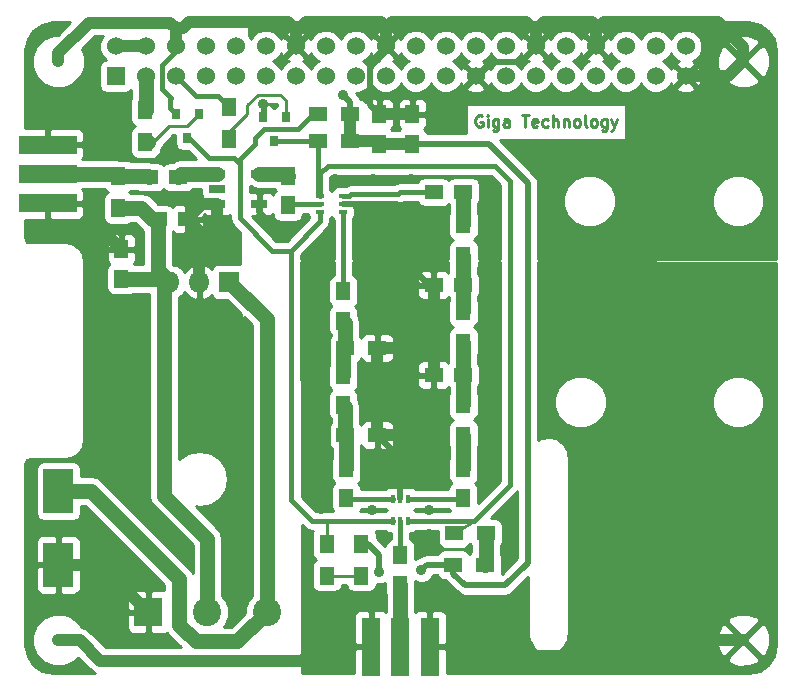
<source format=gtl>
G04 #@! TF.FileFunction,Copper,L1,Top,Signal*
%FSLAX46Y46*%
G04 Gerber Fmt 4.6, Leading zero omitted, Abs format (unit mm)*
G04 Created by KiCad (PCBNEW 4.0.7-e2-6376~61~ubuntu18.04.1) date Tue Nov  6 15:25:27 2018*
%MOMM*%
%LPD*%
G01*
G04 APERTURE LIST*
%ADD10C,0.200000*%
%ADD11C,0.250000*%
%ADD12R,1.524000X1.524000*%
%ADD13C,1.524000*%
%ADD14R,1.500000X1.250000*%
%ADD15R,1.250000X1.500000*%
%ADD16R,2.500000X3.750000*%
%ADD17R,1.500000X1.300000*%
%ADD18R,2.400000X2.400000*%
%ADD19C,2.400000*%
%ADD20R,0.750000X0.400000*%
%ADD21R,0.400000X0.750000*%
%ADD22R,1.300000X1.500000*%
%ADD23R,1.400000X0.760000*%
%ADD24R,0.800000X0.900000*%
%ADD25R,1.800000X1.800000*%
%ADD26O,1.800000X1.800000*%
%ADD27R,4.900000X1.600000*%
%ADD28R,1.600000X4.900000*%
%ADD29C,0.889000*%
%ADD30C,0.400000*%
%ADD31C,0.500000*%
%ADD32C,1.000000*%
%ADD33C,0.254000*%
%ADD34C,1.250000*%
G04 APERTURE END LIST*
D10*
D11*
X68382238Y-29599000D02*
X68287000Y-29551381D01*
X68144143Y-29551381D01*
X68001285Y-29599000D01*
X67906047Y-29694238D01*
X67858428Y-29789476D01*
X67810809Y-29979952D01*
X67810809Y-30122810D01*
X67858428Y-30313286D01*
X67906047Y-30408524D01*
X68001285Y-30503762D01*
X68144143Y-30551381D01*
X68239381Y-30551381D01*
X68382238Y-30503762D01*
X68429857Y-30456143D01*
X68429857Y-30122810D01*
X68239381Y-30122810D01*
X68858428Y-30551381D02*
X68858428Y-29884714D01*
X68858428Y-29551381D02*
X68810809Y-29599000D01*
X68858428Y-29646619D01*
X68906047Y-29599000D01*
X68858428Y-29551381D01*
X68858428Y-29646619D01*
X69763190Y-29884714D02*
X69763190Y-30694238D01*
X69715571Y-30789476D01*
X69667952Y-30837095D01*
X69572713Y-30884714D01*
X69429856Y-30884714D01*
X69334618Y-30837095D01*
X69763190Y-30503762D02*
X69667952Y-30551381D01*
X69477475Y-30551381D01*
X69382237Y-30503762D01*
X69334618Y-30456143D01*
X69286999Y-30360905D01*
X69286999Y-30075190D01*
X69334618Y-29979952D01*
X69382237Y-29932333D01*
X69477475Y-29884714D01*
X69667952Y-29884714D01*
X69763190Y-29932333D01*
X70667952Y-30551381D02*
X70667952Y-30027571D01*
X70620333Y-29932333D01*
X70525095Y-29884714D01*
X70334618Y-29884714D01*
X70239380Y-29932333D01*
X70667952Y-30503762D02*
X70572714Y-30551381D01*
X70334618Y-30551381D01*
X70239380Y-30503762D01*
X70191761Y-30408524D01*
X70191761Y-30313286D01*
X70239380Y-30218048D01*
X70334618Y-30170429D01*
X70572714Y-30170429D01*
X70667952Y-30122810D01*
X71763190Y-29551381D02*
X72334619Y-29551381D01*
X72048904Y-30551381D02*
X72048904Y-29551381D01*
X73048905Y-30503762D02*
X72953667Y-30551381D01*
X72763190Y-30551381D01*
X72667952Y-30503762D01*
X72620333Y-30408524D01*
X72620333Y-30027571D01*
X72667952Y-29932333D01*
X72763190Y-29884714D01*
X72953667Y-29884714D01*
X73048905Y-29932333D01*
X73096524Y-30027571D01*
X73096524Y-30122810D01*
X72620333Y-30218048D01*
X73953667Y-30503762D02*
X73858429Y-30551381D01*
X73667952Y-30551381D01*
X73572714Y-30503762D01*
X73525095Y-30456143D01*
X73477476Y-30360905D01*
X73477476Y-30075190D01*
X73525095Y-29979952D01*
X73572714Y-29932333D01*
X73667952Y-29884714D01*
X73858429Y-29884714D01*
X73953667Y-29932333D01*
X74382238Y-30551381D02*
X74382238Y-29551381D01*
X74810810Y-30551381D02*
X74810810Y-30027571D01*
X74763191Y-29932333D01*
X74667953Y-29884714D01*
X74525095Y-29884714D01*
X74429857Y-29932333D01*
X74382238Y-29979952D01*
X75287000Y-29884714D02*
X75287000Y-30551381D01*
X75287000Y-29979952D02*
X75334619Y-29932333D01*
X75429857Y-29884714D01*
X75572715Y-29884714D01*
X75667953Y-29932333D01*
X75715572Y-30027571D01*
X75715572Y-30551381D01*
X76334619Y-30551381D02*
X76239381Y-30503762D01*
X76191762Y-30456143D01*
X76144143Y-30360905D01*
X76144143Y-30075190D01*
X76191762Y-29979952D01*
X76239381Y-29932333D01*
X76334619Y-29884714D01*
X76477477Y-29884714D01*
X76572715Y-29932333D01*
X76620334Y-29979952D01*
X76667953Y-30075190D01*
X76667953Y-30360905D01*
X76620334Y-30456143D01*
X76572715Y-30503762D01*
X76477477Y-30551381D01*
X76334619Y-30551381D01*
X77239381Y-30551381D02*
X77144143Y-30503762D01*
X77096524Y-30408524D01*
X77096524Y-29551381D01*
X77763191Y-30551381D02*
X77667953Y-30503762D01*
X77620334Y-30456143D01*
X77572715Y-30360905D01*
X77572715Y-30075190D01*
X77620334Y-29979952D01*
X77667953Y-29932333D01*
X77763191Y-29884714D01*
X77906049Y-29884714D01*
X78001287Y-29932333D01*
X78048906Y-29979952D01*
X78096525Y-30075190D01*
X78096525Y-30360905D01*
X78048906Y-30456143D01*
X78001287Y-30503762D01*
X77906049Y-30551381D01*
X77763191Y-30551381D01*
X78953668Y-29884714D02*
X78953668Y-30694238D01*
X78906049Y-30789476D01*
X78858430Y-30837095D01*
X78763191Y-30884714D01*
X78620334Y-30884714D01*
X78525096Y-30837095D01*
X78953668Y-30503762D02*
X78858430Y-30551381D01*
X78667953Y-30551381D01*
X78572715Y-30503762D01*
X78525096Y-30456143D01*
X78477477Y-30360905D01*
X78477477Y-30075190D01*
X78525096Y-29979952D01*
X78572715Y-29932333D01*
X78667953Y-29884714D01*
X78858430Y-29884714D01*
X78953668Y-29932333D01*
X79334620Y-29884714D02*
X79572715Y-30551381D01*
X79810811Y-29884714D02*
X79572715Y-30551381D01*
X79477477Y-30789476D01*
X79429858Y-30837095D01*
X79334620Y-30884714D01*
D12*
X37370000Y-26270000D03*
D13*
X37370000Y-23730000D03*
X50070000Y-26270000D03*
X39910000Y-23730000D03*
X52610000Y-26270000D03*
X42450000Y-23730000D03*
X55150000Y-26270000D03*
X44990000Y-23730000D03*
X57690000Y-26270000D03*
X47530000Y-23730000D03*
X60230000Y-26270000D03*
X50070000Y-23730000D03*
X62770000Y-26270000D03*
X52610000Y-23730000D03*
X65310000Y-26270000D03*
X55150000Y-23730000D03*
X67850000Y-26270000D03*
X57690000Y-23730000D03*
X70390000Y-26270000D03*
X60230000Y-23730000D03*
X72930000Y-26270000D03*
X62770000Y-23730000D03*
X75470000Y-26270000D03*
X65310000Y-23730000D03*
X67850000Y-23730000D03*
X78010000Y-26270000D03*
X70390000Y-23730000D03*
X75470000Y-23730000D03*
X78010000Y-23730000D03*
X80550000Y-23730000D03*
X83090000Y-23730000D03*
X80550000Y-26270000D03*
X83090000Y-26270000D03*
X39910000Y-26270000D03*
X42450000Y-26270000D03*
X44990000Y-26270000D03*
X47530000Y-26270000D03*
X85630000Y-26270000D03*
X85630000Y-23730000D03*
X72930000Y-23730000D03*
D14*
X66782000Y-36068000D03*
X64282000Y-36068000D03*
D15*
X66802000Y-61956000D03*
X66802000Y-59456000D03*
D14*
X64282000Y-43942000D03*
X66782000Y-43942000D03*
X64282000Y-51562000D03*
X66782000Y-51562000D03*
X42652000Y-34798000D03*
X40152000Y-34798000D03*
D15*
X51943000Y-37191000D03*
X51943000Y-34691000D03*
X61468000Y-69322000D03*
X61468000Y-66822000D03*
X56642000Y-46970000D03*
X56642000Y-44470000D03*
X56642000Y-54082000D03*
X56642000Y-51582000D03*
X56896000Y-61956000D03*
X56896000Y-59456000D03*
D14*
X40914000Y-38354000D03*
X43414000Y-38354000D03*
D16*
X32512000Y-61391000D03*
X32512000Y-67641000D03*
D15*
X37846000Y-43414000D03*
X37846000Y-40914000D03*
X62484000Y-31984000D03*
X62484000Y-29484000D03*
X59690000Y-31984000D03*
X59690000Y-29484000D03*
D17*
X66023500Y-64960500D03*
X68723500Y-64960500D03*
D18*
X40132000Y-71628000D03*
D19*
X45132000Y-71628000D03*
X50132000Y-71628000D03*
D20*
X54676000Y-37084000D03*
X56576000Y-37734000D03*
X56576000Y-36434000D03*
X56576000Y-37084000D03*
X54676000Y-36434000D03*
X54676000Y-37734000D03*
D21*
X61468000Y-63942000D03*
X62118000Y-62042000D03*
X60818000Y-62042000D03*
X61468000Y-62042000D03*
X60818000Y-63942000D03*
X62118000Y-63942000D03*
D22*
X66802000Y-41482000D03*
X66802000Y-38782000D03*
X66802000Y-48848000D03*
X66802000Y-46148000D03*
X66802000Y-56722000D03*
X66802000Y-54022000D03*
X37592000Y-34718000D03*
X37592000Y-37418000D03*
D17*
X59516000Y-49276000D03*
X56816000Y-49276000D03*
X59516000Y-56642000D03*
X56816000Y-56642000D03*
X54530000Y-29464000D03*
X57230000Y-29464000D03*
X54530000Y-31750000D03*
X57230000Y-31750000D03*
D22*
X39878000Y-29130000D03*
X39878000Y-31830000D03*
D17*
X68660000Y-67627500D03*
X65960000Y-67627500D03*
D22*
X46990000Y-31576000D03*
X46990000Y-28876000D03*
D23*
X45974000Y-34544000D03*
X45974000Y-35814000D03*
X45974000Y-37084000D03*
X49530000Y-37084000D03*
X49530000Y-34544000D03*
D24*
X44384000Y-29480000D03*
X42484000Y-29480000D03*
X43434000Y-31480000D03*
X51750000Y-29734000D03*
X49850000Y-29734000D03*
X50800000Y-31734000D03*
D25*
X46990000Y-43688000D03*
D26*
X44450000Y-43688000D03*
X41910000Y-43688000D03*
D22*
X55245000Y-65833000D03*
X55245000Y-68533000D03*
D27*
X31623000Y-34544000D03*
X31623000Y-37024000D03*
X31623000Y-32064000D03*
D28*
X61468000Y-74549000D03*
X63948000Y-74549000D03*
X58988000Y-74549000D03*
D22*
X58166000Y-68533000D03*
X58166000Y-65833000D03*
D29*
X69151500Y-42862500D03*
X69151500Y-46418500D03*
X69151500Y-49911000D03*
X69151500Y-52514500D03*
X69151500Y-54737000D03*
X69151500Y-57150000D03*
X69151500Y-59690000D03*
X70993000Y-66929000D03*
X70993000Y-64770000D03*
X70993000Y-62357000D03*
X59055000Y-62992000D03*
X59944000Y-65278000D03*
X63881000Y-62992000D03*
X63881000Y-66421000D03*
X63881000Y-65024000D03*
X58928000Y-70612000D03*
X64008000Y-70670000D03*
X49873000Y-28613000D03*
X64262000Y-40386000D03*
X64071500Y-38036500D03*
X61849000Y-37782500D03*
X58547000Y-37782500D03*
X64282000Y-45910500D03*
X64262000Y-49022000D03*
X64452500Y-53721000D03*
X64770000Y-60325000D03*
X62865000Y-60325000D03*
X59055000Y-60515500D03*
X59055000Y-58801000D03*
X59499500Y-54610000D03*
X59516000Y-51752500D03*
X58801000Y-47307500D03*
X58483500Y-45720000D03*
X58483500Y-42862500D03*
X58483500Y-40640000D03*
X55943500Y-34988500D03*
X59118500Y-34925000D03*
X62357000Y-34925000D03*
X69151500Y-35433000D03*
X69151500Y-39116000D03*
X54737000Y-62928500D03*
X54419500Y-60833000D03*
X54419500Y-57404000D03*
X54419500Y-53403500D03*
X54419500Y-49974500D03*
X54419500Y-46355000D03*
X54419500Y-43434000D03*
X54419500Y-40703500D03*
X59118500Y-39179500D03*
X50863500Y-39052500D03*
X64516000Y-56642000D03*
X45656500Y-55054500D03*
X45656500Y-53149500D03*
X45656500Y-50990500D03*
X45656500Y-48704500D03*
X45847000Y-46799500D03*
X47434500Y-46799500D03*
X47434500Y-48577500D03*
X47434500Y-50419000D03*
X47434500Y-52197000D03*
X47434500Y-53975000D03*
X47434500Y-55626000D03*
X47434500Y-57086500D03*
X45402500Y-57086500D03*
X43561000Y-57086500D03*
X43561000Y-55054500D03*
X43561000Y-52070000D03*
X43561000Y-49339500D03*
X43561000Y-46990000D03*
X41338500Y-36576000D03*
X43243500Y-36576000D03*
X38036500Y-32131000D03*
X35179000Y-36512500D03*
X35242500Y-32131000D03*
X45910500Y-38989000D03*
X59690000Y-68199000D03*
X63246000Y-68072000D03*
X56578500Y-27813000D03*
D30*
X69151500Y-46418500D02*
X69151500Y-49911000D01*
X69151500Y-52514500D02*
X69151500Y-54737000D01*
X69151500Y-57150000D02*
X69151500Y-59690000D01*
X69151500Y-39116000D02*
X69151500Y-42862500D01*
X70993000Y-62357000D02*
X70993000Y-64770000D01*
X63881000Y-65024000D02*
X63881000Y-66421000D01*
X64008000Y-70670000D02*
X64008000Y-70612000D01*
X49850000Y-29734000D02*
X49850000Y-28636000D01*
X49850000Y-28636000D02*
X49873000Y-28613000D01*
X47530000Y-26270000D02*
X47606000Y-26270000D01*
X41941750Y-28035250D02*
X41941750Y-28937750D01*
X41941750Y-28937750D02*
X42484000Y-29480000D01*
X42450000Y-23730000D02*
X42450000Y-24161500D01*
X42450000Y-24161500D02*
X41275000Y-25336500D01*
X41275000Y-25336500D02*
X41275000Y-27368500D01*
X58166000Y-37084000D02*
X58166000Y-37401500D01*
X62103000Y-38036500D02*
X64071500Y-38036500D01*
X61849000Y-37782500D02*
X62103000Y-38036500D01*
X58166000Y-37401500D02*
X58547000Y-37782500D01*
X64262000Y-40386000D02*
X64282000Y-40386000D01*
X64282000Y-40386000D02*
X64262000Y-40386000D01*
X64262000Y-40386000D02*
X64282000Y-40386000D01*
X64262000Y-49022000D02*
X64262000Y-49276000D01*
X64262000Y-49276000D02*
X64262000Y-49022000D01*
X64262000Y-49022000D02*
X64262000Y-49276000D01*
X59118500Y-39179500D02*
X59118500Y-40005000D01*
X64516000Y-60071000D02*
X64516000Y-56642000D01*
X64770000Y-60325000D02*
X64516000Y-60071000D01*
X59245500Y-60325000D02*
X62865000Y-60325000D01*
X59055000Y-60515500D02*
X59245500Y-60325000D01*
X60960000Y-58801000D02*
X59055000Y-58801000D01*
X62103000Y-57658000D02*
X60960000Y-58801000D01*
X62103000Y-55562500D02*
X62103000Y-57658000D01*
X61277500Y-54737000D02*
X62103000Y-55562500D01*
X59626500Y-54737000D02*
X61277500Y-54737000D01*
X59499500Y-54610000D02*
X59626500Y-54737000D01*
X60896500Y-51752500D02*
X59516000Y-51752500D01*
X61722000Y-50927000D02*
X60896500Y-51752500D01*
X61722000Y-47688500D02*
X61722000Y-50927000D01*
X61341000Y-47307500D02*
X61722000Y-47688500D01*
X58801000Y-47307500D02*
X61341000Y-47307500D01*
X58483500Y-42862500D02*
X58483500Y-45720000D01*
X59118500Y-40005000D02*
X58483500Y-40640000D01*
X62357000Y-34925000D02*
X59118500Y-34925000D01*
X69151500Y-39116000D02*
X69151500Y-35433000D01*
D31*
X54737000Y-61150500D02*
X54737000Y-62928500D01*
X54419500Y-60833000D02*
X54737000Y-61150500D01*
X54419500Y-53403500D02*
X54419500Y-57404000D01*
X54419500Y-46355000D02*
X54419500Y-49974500D01*
X54419500Y-40703500D02*
X54419500Y-43434000D01*
X61468000Y-62042000D02*
X61468000Y-58594000D01*
X61468000Y-58594000D02*
X59516000Y-56642000D01*
X60230000Y-23730000D02*
X60230000Y-24161500D01*
X60230000Y-24161500D02*
X58928000Y-25463500D01*
X58928000Y-28722000D02*
X59690000Y-29484000D01*
X58928000Y-25463500D02*
X58928000Y-28722000D01*
X67850000Y-26270000D02*
X68027500Y-26270000D01*
X68027500Y-26270000D02*
X69278500Y-25019000D01*
X69278500Y-25019000D02*
X71641000Y-25019000D01*
X71641000Y-25019000D02*
X72930000Y-23730000D01*
X49530000Y-37084000D02*
X49530000Y-37719000D01*
X59118500Y-39179500D02*
X63881000Y-43942000D01*
X49530000Y-37719000D02*
X50863500Y-39052500D01*
X63881000Y-43942000D02*
X64282000Y-43942000D01*
X56576000Y-37084000D02*
X58166000Y-37084000D01*
X58166000Y-37084000D02*
X61214000Y-37084000D01*
X64282000Y-40152000D02*
X64282000Y-40386000D01*
X64282000Y-40386000D02*
X64282000Y-43942000D01*
X61214000Y-37084000D02*
X64282000Y-40152000D01*
D32*
X64516000Y-56642000D02*
X59516000Y-56642000D01*
X47530000Y-26270000D02*
X47530000Y-26321000D01*
X59516000Y-56642000D02*
X59516000Y-49276000D01*
X59516000Y-49276000D02*
X64262000Y-49276000D01*
X64262000Y-49276000D02*
X64282000Y-49276000D01*
X64262000Y-49530000D02*
X64282000Y-49530000D01*
X64262000Y-49296000D02*
X64262000Y-49530000D01*
X64282000Y-49276000D02*
X64262000Y-49296000D01*
X64282000Y-51562000D02*
X64282000Y-49530000D01*
X64282000Y-49530000D02*
X64282000Y-45910500D01*
X64282000Y-45910500D02*
X64282000Y-43942000D01*
X32500000Y-74000000D02*
X34312500Y-74000000D01*
X54552000Y-70670000D02*
X57088000Y-70670000D01*
X54102000Y-71120000D02*
X54552000Y-70670000D01*
X54102000Y-74803000D02*
X54102000Y-71120000D01*
X53149500Y-75755500D02*
X54102000Y-74803000D01*
X36068000Y-75755500D02*
X53149500Y-75755500D01*
X34312500Y-74000000D02*
X36068000Y-75755500D01*
X90500000Y-74000000D02*
X87671000Y-74000000D01*
X87671000Y-74000000D02*
X86296500Y-75374500D01*
X86296500Y-75374500D02*
X72199500Y-75374500D01*
X72199500Y-75374500D02*
X67495000Y-70670000D01*
X67495000Y-70670000D02*
X65848000Y-70670000D01*
X78010000Y-22352000D02*
X78041500Y-22352000D01*
X88392000Y-21653500D02*
X90500000Y-23761500D01*
X78740000Y-21653500D02*
X88392000Y-21653500D01*
X78041500Y-22352000D02*
X78740000Y-21653500D01*
X90500000Y-23761500D02*
X90500000Y-25000000D01*
X85630000Y-26270000D02*
X89230000Y-26270000D01*
X89230000Y-26270000D02*
X90500000Y-25000000D01*
X72930000Y-23730000D02*
X72930000Y-22383500D01*
X78010000Y-22003000D02*
X78010000Y-22352000D01*
X78010000Y-22352000D02*
X78010000Y-23730000D01*
X77660500Y-21653500D02*
X78010000Y-22003000D01*
X73660000Y-21653500D02*
X77660500Y-21653500D01*
X72930000Y-22383500D02*
X73660000Y-21653500D01*
X60230000Y-22542500D02*
X60230000Y-22193000D01*
X72930000Y-22447500D02*
X72930000Y-23730000D01*
X72136000Y-21653500D02*
X72930000Y-22447500D01*
X60769500Y-21653500D02*
X72136000Y-21653500D01*
X60230000Y-22193000D02*
X60769500Y-21653500D01*
X52610000Y-23730000D02*
X52610000Y-22510500D01*
X52610000Y-22510500D02*
X53467000Y-21653500D01*
X53467000Y-21653500D02*
X59817000Y-21653500D01*
X59817000Y-21653500D02*
X60230000Y-22066500D01*
X60230000Y-22066500D02*
X60230000Y-22542500D01*
X60230000Y-22542500D02*
X60230000Y-23730000D01*
X42450000Y-22193500D02*
X43021000Y-22193500D01*
X43021000Y-22193500D02*
X43561000Y-21653500D01*
X43561000Y-21653500D02*
X51943000Y-21653500D01*
X51943000Y-21653500D02*
X52610000Y-22320500D01*
X52610000Y-22320500D02*
X52610000Y-23730000D01*
X32500000Y-25000000D02*
X32500000Y-24332500D01*
X32500000Y-24332500D02*
X35115500Y-21717000D01*
X35115500Y-21717000D02*
X41973500Y-21717000D01*
X41973500Y-21717000D02*
X42450000Y-22193500D01*
X42450000Y-22193500D02*
X42450000Y-23730000D01*
X59690000Y-29484000D02*
X62484000Y-29484000D01*
D33*
X85630000Y-26270000D02*
X85706000Y-26270000D01*
X78010000Y-23730000D02*
X78010000Y-24162000D01*
X60230000Y-23730000D02*
X60230000Y-23908000D01*
X42450000Y-23730000D02*
X42526000Y-23730000D01*
X42450000Y-23730000D02*
X42450000Y-23082000D01*
D30*
X41275000Y-27368500D02*
X41941750Y-28035250D01*
X41941750Y-28035250D02*
X42037000Y-28130500D01*
D34*
X66802000Y-38782000D02*
X66802000Y-36088000D01*
X66802000Y-36088000D02*
X66782000Y-36068000D01*
D30*
X56576000Y-36434000D02*
X57101500Y-36434000D01*
X61468000Y-36068000D02*
X64282000Y-36068000D01*
X61277500Y-36258500D02*
X61468000Y-36068000D01*
X57277000Y-36258500D02*
X61277500Y-36258500D01*
X57101500Y-36434000D02*
X57277000Y-36258500D01*
X62118000Y-62042000D02*
X66716000Y-62042000D01*
X66716000Y-62042000D02*
X66802000Y-61956000D01*
D34*
X66802000Y-59456000D02*
X66802000Y-56722000D01*
X66782000Y-43942000D02*
X66782000Y-41502000D01*
X66782000Y-41502000D02*
X66802000Y-41482000D01*
X66802000Y-46148000D02*
X66802000Y-43962000D01*
X66802000Y-43962000D02*
X66782000Y-43942000D01*
X66782000Y-51562000D02*
X66782000Y-48868000D01*
X66782000Y-48868000D02*
X66802000Y-48848000D01*
X66802000Y-54022000D02*
X66802000Y-51582000D01*
X66802000Y-51582000D02*
X66782000Y-51562000D01*
X45974000Y-34544000D02*
X42906000Y-34544000D01*
X42906000Y-34544000D02*
X42652000Y-34798000D01*
X37592000Y-34718000D02*
X40072000Y-34718000D01*
X40072000Y-34718000D02*
X40152000Y-34798000D01*
X37418000Y-34544000D02*
X37592000Y-34718000D01*
X31808000Y-34544000D02*
X37418000Y-34544000D01*
D30*
X54676000Y-37084000D02*
X52050000Y-37084000D01*
X52050000Y-37084000D02*
X51943000Y-37191000D01*
D34*
X49530000Y-34544000D02*
X51796000Y-34544000D01*
X51796000Y-34544000D02*
X51943000Y-34691000D01*
X61468000Y-74110000D02*
X61468000Y-69322000D01*
D30*
X61468000Y-63942000D02*
X61468000Y-66822000D01*
D34*
X56816000Y-49276000D02*
X56816000Y-47144000D01*
X56816000Y-47144000D02*
X56642000Y-46970000D01*
X56642000Y-51582000D02*
X56642000Y-49450000D01*
X56642000Y-49450000D02*
X56816000Y-49276000D01*
D30*
X56642000Y-44470000D02*
X56642000Y-37800000D01*
X56642000Y-37800000D02*
X56576000Y-37734000D01*
D34*
X56816000Y-56642000D02*
X56816000Y-54256000D01*
X56816000Y-54256000D02*
X56642000Y-54082000D01*
X56896000Y-59456000D02*
X56896000Y-56722000D01*
X56896000Y-56722000D02*
X56816000Y-56642000D01*
D30*
X60818000Y-62042000D02*
X56982000Y-62042000D01*
X56982000Y-62042000D02*
X56896000Y-61956000D01*
D34*
X40914000Y-38354000D02*
X40914000Y-42692000D01*
X40914000Y-42692000D02*
X41910000Y-43688000D01*
X45132000Y-71628000D02*
X45132000Y-65452000D01*
X41465500Y-61785500D02*
X41465500Y-44132500D01*
X45132000Y-65452000D02*
X41465500Y-61785500D01*
X41465500Y-44132500D02*
X41910000Y-43688000D01*
X37846000Y-43414000D02*
X41636000Y-43414000D01*
X41636000Y-43414000D02*
X41910000Y-43688000D01*
X40914000Y-38354000D02*
X40449500Y-38354000D01*
X40449500Y-38354000D02*
X39513500Y-37418000D01*
X39513500Y-37418000D02*
X37592000Y-37418000D01*
D30*
X44450000Y-43688000D02*
X44450000Y-46101000D01*
X45656500Y-50990500D02*
X45656500Y-53149500D01*
X45656500Y-46990000D02*
X45656500Y-48704500D01*
X45847000Y-46799500D02*
X45656500Y-46990000D01*
X47434500Y-48577500D02*
X47434500Y-46799500D01*
X47434500Y-52197000D02*
X47434500Y-50419000D01*
X47434500Y-55626000D02*
X47434500Y-53975000D01*
X45402500Y-57086500D02*
X47434500Y-57086500D01*
X43561000Y-55054500D02*
X43561000Y-57086500D01*
X43561000Y-49339500D02*
X43561000Y-52070000D01*
X44450000Y-46101000D02*
X43561000Y-46990000D01*
X45974000Y-37084000D02*
X43751500Y-37084000D01*
X43751500Y-37084000D02*
X43243500Y-36576000D01*
X35242500Y-32131000D02*
X38036500Y-32131000D01*
X35433000Y-32131000D02*
X35242500Y-32131000D01*
D32*
X45974000Y-37084000D02*
X44684000Y-37084000D01*
X44684000Y-37084000D02*
X43414000Y-38354000D01*
X45974000Y-38925500D02*
X45974000Y-37084000D01*
X45910500Y-38989000D02*
X45974000Y-38925500D01*
X35248000Y-38924000D02*
X35856000Y-38924000D01*
X35856000Y-38924000D02*
X37846000Y-40914000D01*
X44450000Y-43688000D02*
X44450000Y-39390000D01*
X44450000Y-39390000D02*
X43414000Y-38354000D01*
X32512000Y-67641000D02*
X36145000Y-67641000D01*
X36145000Y-67641000D02*
X40132000Y-71628000D01*
D34*
X32512000Y-61391000D02*
X35292500Y-61391000D01*
X47641502Y-74118498D02*
X50132000Y-71628000D01*
X44132500Y-74118498D02*
X47641502Y-74118498D01*
X42735500Y-72721498D02*
X44132500Y-74118498D01*
X42735500Y-68834000D02*
X42735500Y-72721498D01*
X35292500Y-61391000D02*
X42735500Y-68834000D01*
X50132000Y-71628000D02*
X50132000Y-46830000D01*
X50132000Y-46830000D02*
X46990000Y-43688000D01*
D31*
X65960000Y-67627500D02*
X65960000Y-68373000D01*
X68941000Y-31984000D02*
X62484000Y-31984000D01*
X72263000Y-35306000D02*
X68941000Y-31984000D01*
X72263000Y-67437000D02*
X72263000Y-35306000D01*
X70358000Y-69342000D02*
X72263000Y-67437000D01*
X66929000Y-69342000D02*
X70358000Y-69342000D01*
X65960000Y-68373000D02*
X66929000Y-69342000D01*
X58166000Y-65833000D02*
X58721000Y-65833000D01*
X58721000Y-65833000D02*
X59690000Y-66802000D01*
X59690000Y-66802000D02*
X59690000Y-68199000D01*
X63246000Y-68072000D02*
X63690500Y-67627500D01*
X63690500Y-67627500D02*
X65960000Y-67627500D01*
X57230000Y-29464000D02*
X57230000Y-28464500D01*
X57230000Y-28464500D02*
X56578500Y-27813000D01*
D32*
X57230000Y-31750000D02*
X57230000Y-29464000D01*
X57230000Y-31750000D02*
X59456000Y-31750000D01*
X59456000Y-31750000D02*
X59690000Y-31984000D01*
X59690000Y-31984000D02*
X62484000Y-31984000D01*
X37370000Y-23730000D02*
X39910000Y-23730000D01*
D31*
X65960000Y-67627500D02*
X64770000Y-67627500D01*
D34*
X68723500Y-64960500D02*
X68723500Y-67564000D01*
X68723500Y-67564000D02*
X68660000Y-67627500D01*
X39910000Y-26270000D02*
X39910000Y-29098000D01*
X39910000Y-29098000D02*
X39878000Y-29130000D01*
D30*
X42450000Y-26270000D02*
X42462500Y-26270000D01*
X42462500Y-26270000D02*
X44132500Y-27940000D01*
X44132500Y-27940000D02*
X46054000Y-27940000D01*
X46054000Y-27940000D02*
X46990000Y-28876000D01*
D33*
X39878000Y-31830000D02*
X40560000Y-31830000D01*
X43384000Y-30480000D02*
X44384000Y-29480000D01*
X41910000Y-30480000D02*
X43384000Y-30480000D01*
X40560000Y-31830000D02*
X41910000Y-30480000D01*
D31*
X44384000Y-29480000D02*
X44339000Y-29480000D01*
D34*
X39878000Y-31830000D02*
X40134000Y-31830000D01*
D33*
X46990000Y-31576000D02*
X46990000Y-30988000D01*
X46990000Y-30988000D02*
X48514000Y-29464000D01*
X48514000Y-29464000D02*
X48514000Y-28702000D01*
X48514000Y-28702000D02*
X49403000Y-27813000D01*
X49403000Y-27813000D02*
X51308000Y-27813000D01*
X51308000Y-27813000D02*
X51750000Y-28255000D01*
X51750000Y-28255000D02*
X51750000Y-29734000D01*
X66023500Y-64960500D02*
X67674500Y-63944500D01*
X67691000Y-64008000D02*
X67691000Y-63944500D01*
X67691000Y-63961000D02*
X67691000Y-64008000D01*
X67674500Y-63944500D02*
X67691000Y-63961000D01*
D30*
X54530000Y-31750000D02*
X54530000Y-36288000D01*
X54530000Y-36288000D02*
X54676000Y-36434000D01*
X62118000Y-63942000D02*
X63185000Y-63942000D01*
X63185000Y-63942000D02*
X65341500Y-63944500D01*
X65341500Y-63944500D02*
X67691000Y-63944500D01*
X67691000Y-63944500D02*
X68199000Y-63436500D01*
X68199000Y-63436500D02*
X70739000Y-60896500D01*
X70739000Y-60896500D02*
X70739000Y-35115500D01*
X70739000Y-35115500D02*
X69469000Y-33845500D01*
X69469000Y-33845500D02*
X55308500Y-33845500D01*
X55308500Y-33845500D02*
X54676000Y-34478000D01*
X54676000Y-34478000D02*
X54676000Y-36434000D01*
X50800000Y-31734000D02*
X54514000Y-31734000D01*
X54514000Y-31734000D02*
X54530000Y-31750000D01*
D33*
X55245000Y-65833000D02*
X55245000Y-63942000D01*
X55245000Y-63942000D02*
X55245000Y-64008000D01*
X55245000Y-64008000D02*
X55245000Y-63942000D01*
D30*
X47847250Y-33686750D02*
X47847250Y-33305750D01*
X52832000Y-30734000D02*
X54102000Y-29464000D01*
X49911000Y-30734000D02*
X52832000Y-30734000D01*
X49149000Y-31496000D02*
X49911000Y-30734000D01*
X49149000Y-32004000D02*
X49149000Y-31496000D01*
X47847250Y-33305750D02*
X49149000Y-32004000D01*
X54102000Y-29464000D02*
X54530000Y-29464000D01*
X54229000Y-29464000D02*
X54530000Y-29464000D01*
X43434000Y-31480000D02*
X43545000Y-31480000D01*
X43545000Y-31480000D02*
X45275500Y-33210500D01*
X45275500Y-33210500D02*
X47371000Y-33210500D01*
X47371000Y-33210500D02*
X47847250Y-33686750D01*
X47847250Y-33686750D02*
X47879000Y-33718500D01*
X47879000Y-33718500D02*
X47879000Y-38290500D01*
X47879000Y-38290500D02*
X50609500Y-41021000D01*
X50609500Y-41021000D02*
X52197000Y-41021000D01*
X54676000Y-37734000D02*
X54676000Y-38542000D01*
X53972500Y-63942000D02*
X55245000Y-63942000D01*
X55245000Y-63942000D02*
X60818000Y-63942000D01*
X52197000Y-62166500D02*
X53972500Y-63942000D01*
X52197000Y-41021000D02*
X52197000Y-62166500D01*
X54676000Y-38542000D02*
X52197000Y-41021000D01*
D33*
X55245000Y-68533000D02*
X58166000Y-68533000D01*
G36*
X36477910Y-35919441D02*
X36690110Y-36064431D01*
X36703197Y-36067081D01*
X36490559Y-36203910D01*
X36345569Y-36416110D01*
X36294560Y-36668000D01*
X36294560Y-38168000D01*
X36338838Y-38403317D01*
X36477910Y-38619441D01*
X36690110Y-38764431D01*
X36942000Y-38815440D01*
X38242000Y-38815440D01*
X38477317Y-38771162D01*
X38622095Y-38678000D01*
X38991590Y-38678000D01*
X39558543Y-39244952D01*
X39558545Y-39244955D01*
X39597153Y-39270752D01*
X39654000Y-39359095D01*
X39654000Y-42154000D01*
X38879026Y-42154000D01*
X39009327Y-42023698D01*
X39106000Y-41790309D01*
X39106000Y-41199750D01*
X38947250Y-41041000D01*
X37973000Y-41041000D01*
X37973000Y-41061000D01*
X37719000Y-41061000D01*
X37719000Y-41041000D01*
X36744750Y-41041000D01*
X36586000Y-41199750D01*
X36586000Y-41790309D01*
X36682673Y-42023698D01*
X36823910Y-42164936D01*
X36769559Y-42199910D01*
X36624569Y-42412110D01*
X36573560Y-42664000D01*
X36573560Y-44164000D01*
X36617838Y-44399317D01*
X36756910Y-44615441D01*
X36969110Y-44760431D01*
X37221000Y-44811440D01*
X38471000Y-44811440D01*
X38706317Y-44767162D01*
X38851095Y-44674000D01*
X40205500Y-44674000D01*
X40205500Y-61785495D01*
X40205499Y-61785500D01*
X40301412Y-62267681D01*
X40574545Y-62676455D01*
X43872000Y-65973910D01*
X43872000Y-68310530D01*
X43626455Y-67943045D01*
X43626452Y-67943043D01*
X36183455Y-60500045D01*
X35774681Y-60226912D01*
X35292500Y-60130999D01*
X35292495Y-60131000D01*
X34409440Y-60131000D01*
X34409440Y-59516000D01*
X34365162Y-59280683D01*
X34226090Y-59064559D01*
X34013890Y-58919569D01*
X33762000Y-58868560D01*
X31262000Y-58868560D01*
X31026683Y-58912838D01*
X30810559Y-59051910D01*
X30665569Y-59264110D01*
X30614560Y-59516000D01*
X30614560Y-63266000D01*
X30658838Y-63501317D01*
X30797910Y-63717441D01*
X31010110Y-63862431D01*
X31262000Y-63913440D01*
X33762000Y-63913440D01*
X33997317Y-63869162D01*
X34213441Y-63730090D01*
X34358431Y-63517890D01*
X34409440Y-63266000D01*
X34409440Y-62651000D01*
X34770590Y-62651000D01*
X41475500Y-69355909D01*
X41475500Y-69800121D01*
X41458309Y-69793000D01*
X40417750Y-69793000D01*
X40259000Y-69951750D01*
X40259000Y-71501000D01*
X40279000Y-71501000D01*
X40279000Y-71755000D01*
X40259000Y-71755000D01*
X40259000Y-73304250D01*
X40417750Y-73463000D01*
X41458309Y-73463000D01*
X41682606Y-73370093D01*
X41844545Y-73612453D01*
X42852593Y-74620500D01*
X36538132Y-74620500D01*
X35115066Y-73197434D01*
X34977546Y-73105546D01*
X34746846Y-72951397D01*
X34461551Y-72894648D01*
X34395845Y-72735628D01*
X33767679Y-72106364D01*
X33303813Y-71913750D01*
X38297000Y-71913750D01*
X38297000Y-72954310D01*
X38393673Y-73187699D01*
X38572302Y-73366327D01*
X38805691Y-73463000D01*
X39846250Y-73463000D01*
X40005000Y-73304250D01*
X40005000Y-71755000D01*
X38455750Y-71755000D01*
X38297000Y-71913750D01*
X33303813Y-71913750D01*
X32946519Y-71765389D01*
X32057381Y-71764613D01*
X31235628Y-72104155D01*
X30606364Y-72732321D01*
X30265389Y-73553481D01*
X30264613Y-74442619D01*
X30604155Y-75264372D01*
X31232321Y-75893636D01*
X32053481Y-76234611D01*
X32942619Y-76235387D01*
X33764372Y-75895845D01*
X34184159Y-75476791D01*
X35265434Y-76558066D01*
X35612547Y-76790000D01*
X32069931Y-76790000D01*
X31128977Y-76602833D01*
X30390561Y-76109439D01*
X29897167Y-75371023D01*
X29710000Y-74430069D01*
X29710000Y-70301690D01*
X38297000Y-70301690D01*
X38297000Y-71342250D01*
X38455750Y-71501000D01*
X40005000Y-71501000D01*
X40005000Y-69951750D01*
X39846250Y-69793000D01*
X38805691Y-69793000D01*
X38572302Y-69889673D01*
X38393673Y-70068301D01*
X38297000Y-70301690D01*
X29710000Y-70301690D01*
X29710000Y-67926750D01*
X30627000Y-67926750D01*
X30627000Y-69642309D01*
X30723673Y-69875698D01*
X30902301Y-70054327D01*
X31135690Y-70151000D01*
X32226250Y-70151000D01*
X32385000Y-69992250D01*
X32385000Y-67768000D01*
X32639000Y-67768000D01*
X32639000Y-69992250D01*
X32797750Y-70151000D01*
X33888310Y-70151000D01*
X34121699Y-70054327D01*
X34300327Y-69875698D01*
X34397000Y-69642309D01*
X34397000Y-67926750D01*
X34238250Y-67768000D01*
X32639000Y-67768000D01*
X32385000Y-67768000D01*
X30785750Y-67768000D01*
X30627000Y-67926750D01*
X29710000Y-67926750D01*
X29710000Y-65639691D01*
X30627000Y-65639691D01*
X30627000Y-67355250D01*
X30785750Y-67514000D01*
X32385000Y-67514000D01*
X32385000Y-65289750D01*
X32639000Y-65289750D01*
X32639000Y-67514000D01*
X34238250Y-67514000D01*
X34397000Y-67355250D01*
X34397000Y-65639691D01*
X34300327Y-65406302D01*
X34121699Y-65227673D01*
X33888310Y-65131000D01*
X32797750Y-65131000D01*
X32639000Y-65289750D01*
X32385000Y-65289750D01*
X32226250Y-65131000D01*
X31135690Y-65131000D01*
X30902301Y-65227673D01*
X30723673Y-65406302D01*
X30627000Y-65639691D01*
X29710000Y-65639691D01*
X29710000Y-59069930D01*
X29744926Y-58894345D01*
X29804774Y-58804775D01*
X29894345Y-58744926D01*
X30069930Y-58710000D01*
X33000000Y-58710000D01*
X33068584Y-58696358D01*
X33138513Y-58696358D01*
X33521196Y-58620238D01*
X33596160Y-58589187D01*
X33777138Y-58514224D01*
X34101561Y-58297451D01*
X34184379Y-58214633D01*
X34297451Y-58101562D01*
X34514223Y-57777138D01*
X34565072Y-57654378D01*
X34620238Y-57521196D01*
X34696358Y-57138514D01*
X34696358Y-57068584D01*
X34710000Y-57000000D01*
X34710000Y-42000000D01*
X34696358Y-41931416D01*
X34696358Y-41861486D01*
X34620238Y-41478804D01*
X34558136Y-41328877D01*
X34514223Y-41222862D01*
X34297451Y-40898438D01*
X34101562Y-40702550D01*
X34101561Y-40702549D01*
X33777138Y-40485776D01*
X33593368Y-40409657D01*
X33521196Y-40379762D01*
X33138513Y-40303642D01*
X33068584Y-40303642D01*
X33000000Y-40290000D01*
X30069930Y-40290000D01*
X29894345Y-40255074D01*
X29804774Y-40195225D01*
X29744926Y-40105655D01*
X29731408Y-40037691D01*
X36586000Y-40037691D01*
X36586000Y-40628250D01*
X36744750Y-40787000D01*
X37719000Y-40787000D01*
X37719000Y-39687750D01*
X37973000Y-39687750D01*
X37973000Y-40787000D01*
X38947250Y-40787000D01*
X39106000Y-40628250D01*
X39106000Y-40037691D01*
X39009327Y-39804302D01*
X38830699Y-39625673D01*
X38597310Y-39529000D01*
X38131750Y-39529000D01*
X37973000Y-39687750D01*
X37719000Y-39687750D01*
X37560250Y-39529000D01*
X37094690Y-39529000D01*
X36861301Y-39625673D01*
X36682673Y-39804302D01*
X36586000Y-40037691D01*
X29731408Y-40037691D01*
X29710000Y-39930070D01*
X29710000Y-38459000D01*
X31337250Y-38459000D01*
X31496000Y-38300250D01*
X31496000Y-37151000D01*
X31750000Y-37151000D01*
X31750000Y-38300250D01*
X31908750Y-38459000D01*
X34199310Y-38459000D01*
X34432699Y-38362327D01*
X34611327Y-38183698D01*
X34708000Y-37950309D01*
X34708000Y-37309750D01*
X34549250Y-37151000D01*
X31750000Y-37151000D01*
X31496000Y-37151000D01*
X31476000Y-37151000D01*
X31476000Y-36897000D01*
X31496000Y-36897000D01*
X31496000Y-36877000D01*
X31750000Y-36877000D01*
X31750000Y-36897000D01*
X34549250Y-36897000D01*
X34708000Y-36738250D01*
X34708000Y-36097691D01*
X34611327Y-35864302D01*
X34551025Y-35804000D01*
X36403626Y-35804000D01*
X36477910Y-35919441D01*
X36477910Y-35919441D01*
G37*
X36477910Y-35919441D02*
X36690110Y-36064431D01*
X36703197Y-36067081D01*
X36490559Y-36203910D01*
X36345569Y-36416110D01*
X36294560Y-36668000D01*
X36294560Y-38168000D01*
X36338838Y-38403317D01*
X36477910Y-38619441D01*
X36690110Y-38764431D01*
X36942000Y-38815440D01*
X38242000Y-38815440D01*
X38477317Y-38771162D01*
X38622095Y-38678000D01*
X38991590Y-38678000D01*
X39558543Y-39244952D01*
X39558545Y-39244955D01*
X39597153Y-39270752D01*
X39654000Y-39359095D01*
X39654000Y-42154000D01*
X38879026Y-42154000D01*
X39009327Y-42023698D01*
X39106000Y-41790309D01*
X39106000Y-41199750D01*
X38947250Y-41041000D01*
X37973000Y-41041000D01*
X37973000Y-41061000D01*
X37719000Y-41061000D01*
X37719000Y-41041000D01*
X36744750Y-41041000D01*
X36586000Y-41199750D01*
X36586000Y-41790309D01*
X36682673Y-42023698D01*
X36823910Y-42164936D01*
X36769559Y-42199910D01*
X36624569Y-42412110D01*
X36573560Y-42664000D01*
X36573560Y-44164000D01*
X36617838Y-44399317D01*
X36756910Y-44615441D01*
X36969110Y-44760431D01*
X37221000Y-44811440D01*
X38471000Y-44811440D01*
X38706317Y-44767162D01*
X38851095Y-44674000D01*
X40205500Y-44674000D01*
X40205500Y-61785495D01*
X40205499Y-61785500D01*
X40301412Y-62267681D01*
X40574545Y-62676455D01*
X43872000Y-65973910D01*
X43872000Y-68310530D01*
X43626455Y-67943045D01*
X43626452Y-67943043D01*
X36183455Y-60500045D01*
X35774681Y-60226912D01*
X35292500Y-60130999D01*
X35292495Y-60131000D01*
X34409440Y-60131000D01*
X34409440Y-59516000D01*
X34365162Y-59280683D01*
X34226090Y-59064559D01*
X34013890Y-58919569D01*
X33762000Y-58868560D01*
X31262000Y-58868560D01*
X31026683Y-58912838D01*
X30810559Y-59051910D01*
X30665569Y-59264110D01*
X30614560Y-59516000D01*
X30614560Y-63266000D01*
X30658838Y-63501317D01*
X30797910Y-63717441D01*
X31010110Y-63862431D01*
X31262000Y-63913440D01*
X33762000Y-63913440D01*
X33997317Y-63869162D01*
X34213441Y-63730090D01*
X34358431Y-63517890D01*
X34409440Y-63266000D01*
X34409440Y-62651000D01*
X34770590Y-62651000D01*
X41475500Y-69355909D01*
X41475500Y-69800121D01*
X41458309Y-69793000D01*
X40417750Y-69793000D01*
X40259000Y-69951750D01*
X40259000Y-71501000D01*
X40279000Y-71501000D01*
X40279000Y-71755000D01*
X40259000Y-71755000D01*
X40259000Y-73304250D01*
X40417750Y-73463000D01*
X41458309Y-73463000D01*
X41682606Y-73370093D01*
X41844545Y-73612453D01*
X42852593Y-74620500D01*
X36538132Y-74620500D01*
X35115066Y-73197434D01*
X34977546Y-73105546D01*
X34746846Y-72951397D01*
X34461551Y-72894648D01*
X34395845Y-72735628D01*
X33767679Y-72106364D01*
X33303813Y-71913750D01*
X38297000Y-71913750D01*
X38297000Y-72954310D01*
X38393673Y-73187699D01*
X38572302Y-73366327D01*
X38805691Y-73463000D01*
X39846250Y-73463000D01*
X40005000Y-73304250D01*
X40005000Y-71755000D01*
X38455750Y-71755000D01*
X38297000Y-71913750D01*
X33303813Y-71913750D01*
X32946519Y-71765389D01*
X32057381Y-71764613D01*
X31235628Y-72104155D01*
X30606364Y-72732321D01*
X30265389Y-73553481D01*
X30264613Y-74442619D01*
X30604155Y-75264372D01*
X31232321Y-75893636D01*
X32053481Y-76234611D01*
X32942619Y-76235387D01*
X33764372Y-75895845D01*
X34184159Y-75476791D01*
X35265434Y-76558066D01*
X35612547Y-76790000D01*
X32069931Y-76790000D01*
X31128977Y-76602833D01*
X30390561Y-76109439D01*
X29897167Y-75371023D01*
X29710000Y-74430069D01*
X29710000Y-70301690D01*
X38297000Y-70301690D01*
X38297000Y-71342250D01*
X38455750Y-71501000D01*
X40005000Y-71501000D01*
X40005000Y-69951750D01*
X39846250Y-69793000D01*
X38805691Y-69793000D01*
X38572302Y-69889673D01*
X38393673Y-70068301D01*
X38297000Y-70301690D01*
X29710000Y-70301690D01*
X29710000Y-67926750D01*
X30627000Y-67926750D01*
X30627000Y-69642309D01*
X30723673Y-69875698D01*
X30902301Y-70054327D01*
X31135690Y-70151000D01*
X32226250Y-70151000D01*
X32385000Y-69992250D01*
X32385000Y-67768000D01*
X32639000Y-67768000D01*
X32639000Y-69992250D01*
X32797750Y-70151000D01*
X33888310Y-70151000D01*
X34121699Y-70054327D01*
X34300327Y-69875698D01*
X34397000Y-69642309D01*
X34397000Y-67926750D01*
X34238250Y-67768000D01*
X32639000Y-67768000D01*
X32385000Y-67768000D01*
X30785750Y-67768000D01*
X30627000Y-67926750D01*
X29710000Y-67926750D01*
X29710000Y-65639691D01*
X30627000Y-65639691D01*
X30627000Y-67355250D01*
X30785750Y-67514000D01*
X32385000Y-67514000D01*
X32385000Y-65289750D01*
X32639000Y-65289750D01*
X32639000Y-67514000D01*
X34238250Y-67514000D01*
X34397000Y-67355250D01*
X34397000Y-65639691D01*
X34300327Y-65406302D01*
X34121699Y-65227673D01*
X33888310Y-65131000D01*
X32797750Y-65131000D01*
X32639000Y-65289750D01*
X32385000Y-65289750D01*
X32226250Y-65131000D01*
X31135690Y-65131000D01*
X30902301Y-65227673D01*
X30723673Y-65406302D01*
X30627000Y-65639691D01*
X29710000Y-65639691D01*
X29710000Y-59069930D01*
X29744926Y-58894345D01*
X29804774Y-58804775D01*
X29894345Y-58744926D01*
X30069930Y-58710000D01*
X33000000Y-58710000D01*
X33068584Y-58696358D01*
X33138513Y-58696358D01*
X33521196Y-58620238D01*
X33596160Y-58589187D01*
X33777138Y-58514224D01*
X34101561Y-58297451D01*
X34184379Y-58214633D01*
X34297451Y-58101562D01*
X34514223Y-57777138D01*
X34565072Y-57654378D01*
X34620238Y-57521196D01*
X34696358Y-57138514D01*
X34696358Y-57068584D01*
X34710000Y-57000000D01*
X34710000Y-42000000D01*
X34696358Y-41931416D01*
X34696358Y-41861486D01*
X34620238Y-41478804D01*
X34558136Y-41328877D01*
X34514223Y-41222862D01*
X34297451Y-40898438D01*
X34101562Y-40702550D01*
X34101561Y-40702549D01*
X33777138Y-40485776D01*
X33593368Y-40409657D01*
X33521196Y-40379762D01*
X33138513Y-40303642D01*
X33068584Y-40303642D01*
X33000000Y-40290000D01*
X30069930Y-40290000D01*
X29894345Y-40255074D01*
X29804774Y-40195225D01*
X29744926Y-40105655D01*
X29731408Y-40037691D01*
X36586000Y-40037691D01*
X36586000Y-40628250D01*
X36744750Y-40787000D01*
X37719000Y-40787000D01*
X37719000Y-39687750D01*
X37973000Y-39687750D01*
X37973000Y-40787000D01*
X38947250Y-40787000D01*
X39106000Y-40628250D01*
X39106000Y-40037691D01*
X39009327Y-39804302D01*
X38830699Y-39625673D01*
X38597310Y-39529000D01*
X38131750Y-39529000D01*
X37973000Y-39687750D01*
X37719000Y-39687750D01*
X37560250Y-39529000D01*
X37094690Y-39529000D01*
X36861301Y-39625673D01*
X36682673Y-39804302D01*
X36586000Y-40037691D01*
X29731408Y-40037691D01*
X29710000Y-39930070D01*
X29710000Y-38459000D01*
X31337250Y-38459000D01*
X31496000Y-38300250D01*
X31496000Y-37151000D01*
X31750000Y-37151000D01*
X31750000Y-38300250D01*
X31908750Y-38459000D01*
X34199310Y-38459000D01*
X34432699Y-38362327D01*
X34611327Y-38183698D01*
X34708000Y-37950309D01*
X34708000Y-37309750D01*
X34549250Y-37151000D01*
X31750000Y-37151000D01*
X31496000Y-37151000D01*
X31476000Y-37151000D01*
X31476000Y-36897000D01*
X31496000Y-36897000D01*
X31496000Y-36877000D01*
X31750000Y-36877000D01*
X31750000Y-36897000D01*
X34549250Y-36897000D01*
X34708000Y-36738250D01*
X34708000Y-36097691D01*
X34611327Y-35864302D01*
X34551025Y-35804000D01*
X36403626Y-35804000D01*
X36477910Y-35919441D01*
G36*
X44626560Y-36194000D02*
X44670838Y-36429317D01*
X44688858Y-36457321D01*
X44639000Y-36577690D01*
X44639000Y-36798250D01*
X44797750Y-36957000D01*
X45847000Y-36957000D01*
X45847000Y-36937000D01*
X46101000Y-36937000D01*
X46101000Y-36957000D01*
X46121000Y-36957000D01*
X46121000Y-37211000D01*
X46101000Y-37211000D01*
X46101000Y-37940250D01*
X46259750Y-38099000D01*
X46800309Y-38099000D01*
X47033698Y-38002327D01*
X47044000Y-37992025D01*
X47044000Y-38290500D01*
X47107561Y-38610041D01*
X47152970Y-38678000D01*
X47288566Y-38880934D01*
X47920414Y-39512782D01*
X47926355Y-42147922D01*
X47890000Y-42140560D01*
X46090000Y-42140560D01*
X45854683Y-42184838D01*
X45638559Y-42323910D01*
X45493569Y-42536110D01*
X45483234Y-42587146D01*
X45357576Y-42450034D01*
X44814742Y-42196954D01*
X44577000Y-42317003D01*
X44577000Y-43561000D01*
X44597000Y-43561000D01*
X44597000Y-43815000D01*
X44577000Y-43815000D01*
X44577000Y-45058997D01*
X44814742Y-45179046D01*
X45357576Y-44925966D01*
X45480844Y-44791462D01*
X45486838Y-44823317D01*
X45625910Y-45039441D01*
X45838110Y-45184431D01*
X46090000Y-45235440D01*
X46755530Y-45235440D01*
X47935979Y-46415889D01*
X47942500Y-49308142D01*
X47952618Y-49357530D01*
X47981152Y-49399090D01*
X48023608Y-49426274D01*
X48073295Y-49434799D01*
X48122384Y-49423322D01*
X48163140Y-49393650D01*
X48189141Y-49350459D01*
X48196500Y-49307856D01*
X48196500Y-46676410D01*
X48872000Y-47351910D01*
X48872000Y-70292982D01*
X48577270Y-70587199D01*
X48297319Y-71261395D01*
X48296953Y-71681137D01*
X47119592Y-72858498D01*
X46496702Y-72858498D01*
X46686730Y-72668801D01*
X46966681Y-71994605D01*
X46967318Y-71264597D01*
X46688545Y-70589914D01*
X46392000Y-70292852D01*
X46392000Y-65452005D01*
X46392001Y-65452000D01*
X46296088Y-64969819D01*
X46022955Y-64561045D01*
X44143172Y-62681262D01*
X44403275Y-62733000D01*
X44496725Y-62733000D01*
X45409425Y-62551453D01*
X46183175Y-62034450D01*
X46700178Y-61260700D01*
X46881725Y-60348000D01*
X46700178Y-59435300D01*
X46183175Y-58661550D01*
X45409425Y-58144547D01*
X44496725Y-57963000D01*
X44403275Y-57963000D01*
X43490575Y-58144547D01*
X42725500Y-58655754D01*
X42725500Y-44973850D01*
X43025481Y-44773409D01*
X43184501Y-44535418D01*
X43542424Y-44925966D01*
X44085258Y-45179046D01*
X44323000Y-45058997D01*
X44323000Y-43815000D01*
X44303000Y-43815000D01*
X44303000Y-43561000D01*
X44323000Y-43561000D01*
X44323000Y-42317003D01*
X44085258Y-42196954D01*
X43542424Y-42450034D01*
X43184501Y-42840582D01*
X43025481Y-42602591D01*
X42527491Y-42269845D01*
X42210751Y-42206841D01*
X42174000Y-42170090D01*
X42174000Y-39387026D01*
X42304302Y-39517327D01*
X42537691Y-39614000D01*
X43128250Y-39614000D01*
X43287000Y-39455250D01*
X43287000Y-38481000D01*
X43541000Y-38481000D01*
X43541000Y-39455250D01*
X43699750Y-39614000D01*
X44290309Y-39614000D01*
X44523698Y-39517327D01*
X44702327Y-39338699D01*
X44799000Y-39105310D01*
X44799000Y-38639750D01*
X44640250Y-38481000D01*
X43541000Y-38481000D01*
X43287000Y-38481000D01*
X43267000Y-38481000D01*
X43267000Y-38227000D01*
X43287000Y-38227000D01*
X43287000Y-37252750D01*
X43541000Y-37252750D01*
X43541000Y-38227000D01*
X44640250Y-38227000D01*
X44799000Y-38068250D01*
X44799000Y-37887026D01*
X44914302Y-38002327D01*
X45147691Y-38099000D01*
X45688250Y-38099000D01*
X45847000Y-37940250D01*
X45847000Y-37211000D01*
X44797750Y-37211000D01*
X44670888Y-37337862D01*
X44523698Y-37190673D01*
X44290309Y-37094000D01*
X43699750Y-37094000D01*
X43541000Y-37252750D01*
X43287000Y-37252750D01*
X43128250Y-37094000D01*
X42537691Y-37094000D01*
X42304302Y-37190673D01*
X42163064Y-37331910D01*
X42128090Y-37277559D01*
X41915890Y-37132569D01*
X41664000Y-37081560D01*
X40958969Y-37081560D01*
X40404455Y-36527045D01*
X39995681Y-36253912D01*
X39513500Y-36157999D01*
X39513495Y-36158000D01*
X38620386Y-36158000D01*
X38493890Y-36071569D01*
X38480803Y-36068919D01*
X38622095Y-35978000D01*
X39089474Y-35978000D01*
X39150110Y-36019431D01*
X39402000Y-36070440D01*
X40902000Y-36070440D01*
X41137317Y-36026162D01*
X41353441Y-35887090D01*
X41401134Y-35817289D01*
X41437910Y-35874441D01*
X41650110Y-36019431D01*
X41902000Y-36070440D01*
X43402000Y-36070440D01*
X43637317Y-36026162D01*
X43853441Y-35887090D01*
X43910214Y-35804000D01*
X44626560Y-35804000D01*
X44626560Y-36194000D01*
X44626560Y-36194000D01*
G37*
X44626560Y-36194000D02*
X44670838Y-36429317D01*
X44688858Y-36457321D01*
X44639000Y-36577690D01*
X44639000Y-36798250D01*
X44797750Y-36957000D01*
X45847000Y-36957000D01*
X45847000Y-36937000D01*
X46101000Y-36937000D01*
X46101000Y-36957000D01*
X46121000Y-36957000D01*
X46121000Y-37211000D01*
X46101000Y-37211000D01*
X46101000Y-37940250D01*
X46259750Y-38099000D01*
X46800309Y-38099000D01*
X47033698Y-38002327D01*
X47044000Y-37992025D01*
X47044000Y-38290500D01*
X47107561Y-38610041D01*
X47152970Y-38678000D01*
X47288566Y-38880934D01*
X47920414Y-39512782D01*
X47926355Y-42147922D01*
X47890000Y-42140560D01*
X46090000Y-42140560D01*
X45854683Y-42184838D01*
X45638559Y-42323910D01*
X45493569Y-42536110D01*
X45483234Y-42587146D01*
X45357576Y-42450034D01*
X44814742Y-42196954D01*
X44577000Y-42317003D01*
X44577000Y-43561000D01*
X44597000Y-43561000D01*
X44597000Y-43815000D01*
X44577000Y-43815000D01*
X44577000Y-45058997D01*
X44814742Y-45179046D01*
X45357576Y-44925966D01*
X45480844Y-44791462D01*
X45486838Y-44823317D01*
X45625910Y-45039441D01*
X45838110Y-45184431D01*
X46090000Y-45235440D01*
X46755530Y-45235440D01*
X47935979Y-46415889D01*
X47942500Y-49308142D01*
X47952618Y-49357530D01*
X47981152Y-49399090D01*
X48023608Y-49426274D01*
X48073295Y-49434799D01*
X48122384Y-49423322D01*
X48163140Y-49393650D01*
X48189141Y-49350459D01*
X48196500Y-49307856D01*
X48196500Y-46676410D01*
X48872000Y-47351910D01*
X48872000Y-70292982D01*
X48577270Y-70587199D01*
X48297319Y-71261395D01*
X48296953Y-71681137D01*
X47119592Y-72858498D01*
X46496702Y-72858498D01*
X46686730Y-72668801D01*
X46966681Y-71994605D01*
X46967318Y-71264597D01*
X46688545Y-70589914D01*
X46392000Y-70292852D01*
X46392000Y-65452005D01*
X46392001Y-65452000D01*
X46296088Y-64969819D01*
X46022955Y-64561045D01*
X44143172Y-62681262D01*
X44403275Y-62733000D01*
X44496725Y-62733000D01*
X45409425Y-62551453D01*
X46183175Y-62034450D01*
X46700178Y-61260700D01*
X46881725Y-60348000D01*
X46700178Y-59435300D01*
X46183175Y-58661550D01*
X45409425Y-58144547D01*
X44496725Y-57963000D01*
X44403275Y-57963000D01*
X43490575Y-58144547D01*
X42725500Y-58655754D01*
X42725500Y-44973850D01*
X43025481Y-44773409D01*
X43184501Y-44535418D01*
X43542424Y-44925966D01*
X44085258Y-45179046D01*
X44323000Y-45058997D01*
X44323000Y-43815000D01*
X44303000Y-43815000D01*
X44303000Y-43561000D01*
X44323000Y-43561000D01*
X44323000Y-42317003D01*
X44085258Y-42196954D01*
X43542424Y-42450034D01*
X43184501Y-42840582D01*
X43025481Y-42602591D01*
X42527491Y-42269845D01*
X42210751Y-42206841D01*
X42174000Y-42170090D01*
X42174000Y-39387026D01*
X42304302Y-39517327D01*
X42537691Y-39614000D01*
X43128250Y-39614000D01*
X43287000Y-39455250D01*
X43287000Y-38481000D01*
X43541000Y-38481000D01*
X43541000Y-39455250D01*
X43699750Y-39614000D01*
X44290309Y-39614000D01*
X44523698Y-39517327D01*
X44702327Y-39338699D01*
X44799000Y-39105310D01*
X44799000Y-38639750D01*
X44640250Y-38481000D01*
X43541000Y-38481000D01*
X43287000Y-38481000D01*
X43267000Y-38481000D01*
X43267000Y-38227000D01*
X43287000Y-38227000D01*
X43287000Y-37252750D01*
X43541000Y-37252750D01*
X43541000Y-38227000D01*
X44640250Y-38227000D01*
X44799000Y-38068250D01*
X44799000Y-37887026D01*
X44914302Y-38002327D01*
X45147691Y-38099000D01*
X45688250Y-38099000D01*
X45847000Y-37940250D01*
X45847000Y-37211000D01*
X44797750Y-37211000D01*
X44670888Y-37337862D01*
X44523698Y-37190673D01*
X44290309Y-37094000D01*
X43699750Y-37094000D01*
X43541000Y-37252750D01*
X43287000Y-37252750D01*
X43128250Y-37094000D01*
X42537691Y-37094000D01*
X42304302Y-37190673D01*
X42163064Y-37331910D01*
X42128090Y-37277559D01*
X41915890Y-37132569D01*
X41664000Y-37081560D01*
X40958969Y-37081560D01*
X40404455Y-36527045D01*
X39995681Y-36253912D01*
X39513500Y-36157999D01*
X39513495Y-36158000D01*
X38620386Y-36158000D01*
X38493890Y-36071569D01*
X38480803Y-36068919D01*
X38622095Y-35978000D01*
X39089474Y-35978000D01*
X39150110Y-36019431D01*
X39402000Y-36070440D01*
X40902000Y-36070440D01*
X41137317Y-36026162D01*
X41353441Y-35887090D01*
X41401134Y-35817289D01*
X41437910Y-35874441D01*
X41650110Y-36019431D01*
X41902000Y-36070440D01*
X43402000Y-36070440D01*
X43637317Y-36026162D01*
X43853441Y-35887090D01*
X43910214Y-35804000D01*
X44626560Y-35804000D01*
X44626560Y-36194000D01*
G36*
X32462402Y-22764966D02*
X32057381Y-22764613D01*
X31235628Y-23104155D01*
X30606364Y-23732321D01*
X30265389Y-24553481D01*
X30264613Y-25442619D01*
X30604155Y-26264372D01*
X31232321Y-26893636D01*
X32053481Y-27234611D01*
X32942619Y-27235387D01*
X33764372Y-26895845D01*
X34393636Y-26267679D01*
X34734611Y-25446519D01*
X34735387Y-24557381D01*
X34485360Y-23952272D01*
X35585632Y-22852000D01*
X36272151Y-22852000D01*
X36186371Y-22937630D01*
X35973243Y-23450900D01*
X35972758Y-24006661D01*
X36184990Y-24520303D01*
X36537833Y-24873763D01*
X36372683Y-24904838D01*
X36156559Y-25043910D01*
X36011569Y-25256110D01*
X35960560Y-25508000D01*
X35960560Y-27032000D01*
X36004838Y-27267317D01*
X36143910Y-27483441D01*
X36356110Y-27628431D01*
X36608000Y-27679440D01*
X38132000Y-27679440D01*
X38367317Y-27635162D01*
X38583441Y-27496090D01*
X38650000Y-27398678D01*
X38650000Y-28101135D01*
X38631569Y-28128110D01*
X38580560Y-28380000D01*
X38580560Y-29880000D01*
X38624838Y-30115317D01*
X38763910Y-30331441D01*
X38976110Y-30476431D01*
X38989197Y-30479081D01*
X38776559Y-30615910D01*
X38631569Y-30828110D01*
X38580560Y-31080000D01*
X38580560Y-32580000D01*
X38624838Y-32815317D01*
X38763910Y-33031441D01*
X38976110Y-33176431D01*
X39228000Y-33227440D01*
X40528000Y-33227440D01*
X40763317Y-33183162D01*
X40979441Y-33044090D01*
X41124431Y-32831890D01*
X41175440Y-32580000D01*
X41175440Y-32495737D01*
X41298088Y-32312181D01*
X41333506Y-32134124D01*
X42225631Y-31242000D01*
X42386560Y-31242000D01*
X42386560Y-31930000D01*
X42430838Y-32165317D01*
X42569910Y-32381441D01*
X42782110Y-32526431D01*
X43034000Y-32577440D01*
X43461572Y-32577440D01*
X44168132Y-33284000D01*
X42906000Y-33284000D01*
X42423819Y-33379912D01*
X42205841Y-33525560D01*
X41902000Y-33525560D01*
X41666683Y-33569838D01*
X41450559Y-33708910D01*
X41402866Y-33778711D01*
X41366090Y-33721559D01*
X41153890Y-33576569D01*
X40902000Y-33525560D01*
X40411648Y-33525560D01*
X40072000Y-33457999D01*
X40071995Y-33458000D01*
X38620386Y-33458000D01*
X38493890Y-33371569D01*
X38242000Y-33320560D01*
X37601802Y-33320560D01*
X37418000Y-33283999D01*
X37417995Y-33284000D01*
X34551025Y-33284000D01*
X34611327Y-33223698D01*
X34708000Y-32990309D01*
X34708000Y-32349750D01*
X34549250Y-32191000D01*
X31750000Y-32191000D01*
X31750000Y-32211000D01*
X31496000Y-32211000D01*
X31496000Y-32191000D01*
X31476000Y-32191000D01*
X31476000Y-31937000D01*
X31496000Y-31937000D01*
X31496000Y-30787750D01*
X31750000Y-30787750D01*
X31750000Y-31937000D01*
X34549250Y-31937000D01*
X34708000Y-31778250D01*
X34708000Y-31137691D01*
X34611327Y-30904302D01*
X34432699Y-30725673D01*
X34199310Y-30629000D01*
X31908750Y-30629000D01*
X31750000Y-30787750D01*
X31496000Y-30787750D01*
X31337250Y-30629000D01*
X29710000Y-30629000D01*
X29710000Y-24069931D01*
X29897167Y-23128977D01*
X30390561Y-22390561D01*
X31128977Y-21897167D01*
X32069931Y-21710000D01*
X33517368Y-21710000D01*
X32462402Y-22764966D01*
X32462402Y-22764966D01*
G37*
X32462402Y-22764966D02*
X32057381Y-22764613D01*
X31235628Y-23104155D01*
X30606364Y-23732321D01*
X30265389Y-24553481D01*
X30264613Y-25442619D01*
X30604155Y-26264372D01*
X31232321Y-26893636D01*
X32053481Y-27234611D01*
X32942619Y-27235387D01*
X33764372Y-26895845D01*
X34393636Y-26267679D01*
X34734611Y-25446519D01*
X34735387Y-24557381D01*
X34485360Y-23952272D01*
X35585632Y-22852000D01*
X36272151Y-22852000D01*
X36186371Y-22937630D01*
X35973243Y-23450900D01*
X35972758Y-24006661D01*
X36184990Y-24520303D01*
X36537833Y-24873763D01*
X36372683Y-24904838D01*
X36156559Y-25043910D01*
X36011569Y-25256110D01*
X35960560Y-25508000D01*
X35960560Y-27032000D01*
X36004838Y-27267317D01*
X36143910Y-27483441D01*
X36356110Y-27628431D01*
X36608000Y-27679440D01*
X38132000Y-27679440D01*
X38367317Y-27635162D01*
X38583441Y-27496090D01*
X38650000Y-27398678D01*
X38650000Y-28101135D01*
X38631569Y-28128110D01*
X38580560Y-28380000D01*
X38580560Y-29880000D01*
X38624838Y-30115317D01*
X38763910Y-30331441D01*
X38976110Y-30476431D01*
X38989197Y-30479081D01*
X38776559Y-30615910D01*
X38631569Y-30828110D01*
X38580560Y-31080000D01*
X38580560Y-32580000D01*
X38624838Y-32815317D01*
X38763910Y-33031441D01*
X38976110Y-33176431D01*
X39228000Y-33227440D01*
X40528000Y-33227440D01*
X40763317Y-33183162D01*
X40979441Y-33044090D01*
X41124431Y-32831890D01*
X41175440Y-32580000D01*
X41175440Y-32495737D01*
X41298088Y-32312181D01*
X41333506Y-32134124D01*
X42225631Y-31242000D01*
X42386560Y-31242000D01*
X42386560Y-31930000D01*
X42430838Y-32165317D01*
X42569910Y-32381441D01*
X42782110Y-32526431D01*
X43034000Y-32577440D01*
X43461572Y-32577440D01*
X44168132Y-33284000D01*
X42906000Y-33284000D01*
X42423819Y-33379912D01*
X42205841Y-33525560D01*
X41902000Y-33525560D01*
X41666683Y-33569838D01*
X41450559Y-33708910D01*
X41402866Y-33778711D01*
X41366090Y-33721559D01*
X41153890Y-33576569D01*
X40902000Y-33525560D01*
X40411648Y-33525560D01*
X40072000Y-33457999D01*
X40071995Y-33458000D01*
X38620386Y-33458000D01*
X38493890Y-33371569D01*
X38242000Y-33320560D01*
X37601802Y-33320560D01*
X37418000Y-33283999D01*
X37417995Y-33284000D01*
X34551025Y-33284000D01*
X34611327Y-33223698D01*
X34708000Y-32990309D01*
X34708000Y-32349750D01*
X34549250Y-32191000D01*
X31750000Y-32191000D01*
X31750000Y-32211000D01*
X31496000Y-32211000D01*
X31496000Y-32191000D01*
X31476000Y-32191000D01*
X31476000Y-31937000D01*
X31496000Y-31937000D01*
X31496000Y-30787750D01*
X31750000Y-30787750D01*
X31750000Y-31937000D01*
X34549250Y-31937000D01*
X34708000Y-31778250D01*
X34708000Y-31137691D01*
X34611327Y-30904302D01*
X34432699Y-30725673D01*
X34199310Y-30629000D01*
X31908750Y-30629000D01*
X31750000Y-30787750D01*
X31496000Y-30787750D01*
X31337250Y-30629000D01*
X29710000Y-30629000D01*
X29710000Y-24069931D01*
X29897167Y-23128977D01*
X30390561Y-22390561D01*
X31128977Y-21897167D01*
X32069931Y-21710000D01*
X33517368Y-21710000D01*
X32462402Y-22764966D01*
G36*
X55736910Y-38385441D02*
X55807000Y-38433331D01*
X55807000Y-41719500D01*
X53032000Y-41719500D01*
X53032000Y-41366868D01*
X55266434Y-39132434D01*
X55313537Y-39061939D01*
X55447439Y-38861541D01*
X55511000Y-38542000D01*
X55511000Y-38385563D01*
X55627383Y-38215231D01*
X55736910Y-38385441D01*
X55736910Y-38385441D01*
G37*
X55736910Y-38385441D02*
X55807000Y-38433331D01*
X55807000Y-41719500D01*
X53032000Y-41719500D01*
X53032000Y-41366868D01*
X55266434Y-39132434D01*
X55313537Y-39061939D01*
X55447439Y-38861541D01*
X55511000Y-38542000D01*
X55511000Y-38385563D01*
X55627383Y-38215231D01*
X55736910Y-38385441D01*
G36*
X62928838Y-36928317D02*
X63067910Y-37144441D01*
X63280110Y-37289431D01*
X63532000Y-37340440D01*
X65032000Y-37340440D01*
X65267317Y-37296162D01*
X65483441Y-37157090D01*
X65531134Y-37087289D01*
X65542000Y-37104176D01*
X65542000Y-37847116D01*
X65504560Y-38032000D01*
X65504560Y-39532000D01*
X65548838Y-39767317D01*
X65687910Y-39983441D01*
X65900110Y-40128431D01*
X65913197Y-40131081D01*
X65700559Y-40267910D01*
X65555569Y-40480110D01*
X65504560Y-40732000D01*
X65504560Y-41719500D01*
X57477000Y-41719500D01*
X57477000Y-38288969D01*
X57547431Y-38185890D01*
X57598440Y-37934000D01*
X57598440Y-37534000D01*
X57578550Y-37428295D01*
X57586000Y-37410310D01*
X57586000Y-37342750D01*
X57556996Y-37313746D01*
X57554162Y-37298683D01*
X57497741Y-37211002D01*
X57586000Y-37211002D01*
X57586000Y-37095217D01*
X57588569Y-37093500D01*
X61277500Y-37093500D01*
X61597041Y-37029939D01*
X61787019Y-36903000D01*
X62924074Y-36903000D01*
X62928838Y-36928317D01*
X62928838Y-36928317D01*
G37*
X62928838Y-36928317D02*
X63067910Y-37144441D01*
X63280110Y-37289431D01*
X63532000Y-37340440D01*
X65032000Y-37340440D01*
X65267317Y-37296162D01*
X65483441Y-37157090D01*
X65531134Y-37087289D01*
X65542000Y-37104176D01*
X65542000Y-37847116D01*
X65504560Y-38032000D01*
X65504560Y-39532000D01*
X65548838Y-39767317D01*
X65687910Y-39983441D01*
X65900110Y-40128431D01*
X65913197Y-40131081D01*
X65700559Y-40267910D01*
X65555569Y-40480110D01*
X65504560Y-40732000D01*
X65504560Y-41719500D01*
X57477000Y-41719500D01*
X57477000Y-38288969D01*
X57547431Y-38185890D01*
X57598440Y-37934000D01*
X57598440Y-37534000D01*
X57578550Y-37428295D01*
X57586000Y-37410310D01*
X57586000Y-37342750D01*
X57556996Y-37313746D01*
X57554162Y-37298683D01*
X57497741Y-37211002D01*
X57586000Y-37211002D01*
X57586000Y-37095217D01*
X57588569Y-37093500D01*
X61277500Y-37093500D01*
X61597041Y-37029939D01*
X61787019Y-36903000D01*
X62924074Y-36903000D01*
X62928838Y-36928317D01*
G36*
X69904000Y-35461368D02*
X69904000Y-41719500D01*
X68099440Y-41719500D01*
X68099440Y-40732000D01*
X68055162Y-40496683D01*
X67916090Y-40280559D01*
X67703890Y-40135569D01*
X67690803Y-40132919D01*
X67903441Y-39996090D01*
X68048431Y-39783890D01*
X68099440Y-39532000D01*
X68099440Y-38032000D01*
X68062000Y-37833024D01*
X68062000Y-37042115D01*
X68128431Y-36944890D01*
X68179440Y-36693000D01*
X68179440Y-35443000D01*
X68135162Y-35207683D01*
X67996090Y-34991559D01*
X67783890Y-34846569D01*
X67532000Y-34795560D01*
X66032000Y-34795560D01*
X65796683Y-34839838D01*
X65580559Y-34978910D01*
X65532866Y-35048711D01*
X65496090Y-34991559D01*
X65283890Y-34846569D01*
X65032000Y-34795560D01*
X63532000Y-34795560D01*
X63296683Y-34839838D01*
X63080559Y-34978910D01*
X62935569Y-35191110D01*
X62927086Y-35233000D01*
X61468000Y-35233000D01*
X61148460Y-35296560D01*
X60958481Y-35423500D01*
X57277000Y-35423500D01*
X56957459Y-35487061D01*
X56897444Y-35527162D01*
X56808548Y-35586560D01*
X56201000Y-35586560D01*
X55965683Y-35630838D01*
X55749559Y-35769910D01*
X55624617Y-35952769D01*
X55515090Y-35782559D01*
X55511000Y-35779764D01*
X55511000Y-34823868D01*
X55654368Y-34680500D01*
X69123132Y-34680500D01*
X69904000Y-35461368D01*
X69904000Y-35461368D01*
G37*
X69904000Y-35461368D02*
X69904000Y-41719500D01*
X68099440Y-41719500D01*
X68099440Y-40732000D01*
X68055162Y-40496683D01*
X67916090Y-40280559D01*
X67703890Y-40135569D01*
X67690803Y-40132919D01*
X67903441Y-39996090D01*
X68048431Y-39783890D01*
X68099440Y-39532000D01*
X68099440Y-38032000D01*
X68062000Y-37833024D01*
X68062000Y-37042115D01*
X68128431Y-36944890D01*
X68179440Y-36693000D01*
X68179440Y-35443000D01*
X68135162Y-35207683D01*
X67996090Y-34991559D01*
X67783890Y-34846569D01*
X67532000Y-34795560D01*
X66032000Y-34795560D01*
X65796683Y-34839838D01*
X65580559Y-34978910D01*
X65532866Y-35048711D01*
X65496090Y-34991559D01*
X65283890Y-34846569D01*
X65032000Y-34795560D01*
X63532000Y-34795560D01*
X63296683Y-34839838D01*
X63080559Y-34978910D01*
X62935569Y-35191110D01*
X62927086Y-35233000D01*
X61468000Y-35233000D01*
X61148460Y-35296560D01*
X60958481Y-35423500D01*
X57277000Y-35423500D01*
X56957459Y-35487061D01*
X56897444Y-35527162D01*
X56808548Y-35586560D01*
X56201000Y-35586560D01*
X55965683Y-35630838D01*
X55749559Y-35769910D01*
X55624617Y-35952769D01*
X55515090Y-35782559D01*
X55511000Y-35779764D01*
X55511000Y-34823868D01*
X55654368Y-34680500D01*
X69123132Y-34680500D01*
X69904000Y-35461368D01*
G36*
X91871023Y-21897167D02*
X92609439Y-22390561D01*
X93102833Y-23128977D01*
X93290000Y-24069931D01*
X93290000Y-41719500D01*
X73148000Y-41719500D01*
X73148000Y-37272619D01*
X75234613Y-37272619D01*
X75574155Y-38094372D01*
X76202321Y-38723636D01*
X77023481Y-39064611D01*
X77912619Y-39065387D01*
X78734372Y-38725845D01*
X79363636Y-38097679D01*
X79704611Y-37276519D01*
X79704614Y-37272619D01*
X87807613Y-37272619D01*
X88147155Y-38094372D01*
X88775321Y-38723636D01*
X89596481Y-39064611D01*
X90485619Y-39065387D01*
X91307372Y-38725845D01*
X91936636Y-38097679D01*
X92277611Y-37276519D01*
X92278387Y-36387381D01*
X91938845Y-35565628D01*
X91310679Y-34936364D01*
X90489519Y-34595389D01*
X89600381Y-34594613D01*
X88778628Y-34934155D01*
X88149364Y-35562321D01*
X87808389Y-36383481D01*
X87807613Y-37272619D01*
X79704614Y-37272619D01*
X79705387Y-36387381D01*
X79365845Y-35565628D01*
X78737679Y-34936364D01*
X77916519Y-34595389D01*
X77027381Y-34594613D01*
X76205628Y-34934155D01*
X75576364Y-35562321D01*
X75235389Y-36383481D01*
X75234613Y-37272619D01*
X73148000Y-37272619D01*
X73148000Y-35306000D01*
X73080633Y-34967325D01*
X72888790Y-34680210D01*
X72888787Y-34680208D01*
X69867580Y-31659000D01*
X80588668Y-31659000D01*
X80588668Y-28639000D01*
X66985333Y-28639000D01*
X66985333Y-31099000D01*
X63731038Y-31099000D01*
X63712162Y-30998683D01*
X63573090Y-30782559D01*
X63504994Y-30736031D01*
X63647327Y-30593698D01*
X63744000Y-30360309D01*
X63744000Y-29769750D01*
X63585250Y-29611000D01*
X62611000Y-29611000D01*
X62611000Y-29631000D01*
X62357000Y-29631000D01*
X62357000Y-29611000D01*
X61382750Y-29611000D01*
X61224000Y-29769750D01*
X61224000Y-30360309D01*
X61320673Y-30593698D01*
X61461910Y-30734936D01*
X61407559Y-30769910D01*
X61353519Y-30849000D01*
X60821844Y-30849000D01*
X60779090Y-30782559D01*
X60710994Y-30736031D01*
X60853327Y-30593698D01*
X60950000Y-30360309D01*
X60950000Y-29769750D01*
X60791250Y-29611000D01*
X59817000Y-29611000D01*
X59817000Y-29631000D01*
X59563000Y-29631000D01*
X59563000Y-29611000D01*
X59543000Y-29611000D01*
X59543000Y-29357000D01*
X59563000Y-29357000D01*
X59563000Y-28257750D01*
X59817000Y-28257750D01*
X59817000Y-29357000D01*
X60791250Y-29357000D01*
X60950000Y-29198250D01*
X60950000Y-28607691D01*
X61224000Y-28607691D01*
X61224000Y-29198250D01*
X61382750Y-29357000D01*
X62357000Y-29357000D01*
X62357000Y-28257750D01*
X62611000Y-28257750D01*
X62611000Y-29357000D01*
X63585250Y-29357000D01*
X63744000Y-29198250D01*
X63744000Y-28607691D01*
X63647327Y-28374302D01*
X63468699Y-28195673D01*
X63235310Y-28099000D01*
X62769750Y-28099000D01*
X62611000Y-28257750D01*
X62357000Y-28257750D01*
X62198250Y-28099000D01*
X61732690Y-28099000D01*
X61499301Y-28195673D01*
X61320673Y-28374302D01*
X61224000Y-28607691D01*
X60950000Y-28607691D01*
X60853327Y-28374302D01*
X60674699Y-28195673D01*
X60441310Y-28099000D01*
X59975750Y-28099000D01*
X59817000Y-28257750D01*
X59563000Y-28257750D01*
X59404250Y-28099000D01*
X58938690Y-28099000D01*
X58705301Y-28195673D01*
X58526673Y-28374302D01*
X58497291Y-28445236D01*
X58444090Y-28362559D01*
X58231890Y-28217569D01*
X58058915Y-28182541D01*
X58047633Y-28125825D01*
X57923469Y-27940000D01*
X57855790Y-27838710D01*
X57855787Y-27838708D01*
X57684075Y-27666995D01*
X57966661Y-27667242D01*
X58480303Y-27455010D01*
X58873629Y-27062370D01*
X58959949Y-26854488D01*
X59044990Y-27060303D01*
X59437630Y-27453629D01*
X59950900Y-27666757D01*
X60506661Y-27667242D01*
X61020303Y-27455010D01*
X61413629Y-27062370D01*
X61499949Y-26854488D01*
X61584990Y-27060303D01*
X61977630Y-27453629D01*
X62490900Y-27666757D01*
X63046661Y-27667242D01*
X63560303Y-27455010D01*
X63953629Y-27062370D01*
X64039949Y-26854488D01*
X64124990Y-27060303D01*
X64517630Y-27453629D01*
X65030900Y-27666757D01*
X65586661Y-27667242D01*
X66100303Y-27455010D01*
X66305457Y-27250213D01*
X67049392Y-27250213D01*
X67118857Y-27492397D01*
X67642302Y-27679144D01*
X68197368Y-27651362D01*
X68581143Y-27492397D01*
X68650608Y-27250213D01*
X67850000Y-26449605D01*
X67049392Y-27250213D01*
X66305457Y-27250213D01*
X66493629Y-27062370D01*
X66573395Y-26870273D01*
X66627603Y-27001143D01*
X66869787Y-27070608D01*
X67670395Y-26270000D01*
X66869787Y-25469392D01*
X66627603Y-25538857D01*
X66577491Y-25679318D01*
X66495010Y-25479697D01*
X66102370Y-25086371D01*
X65894488Y-25000051D01*
X66100303Y-24915010D01*
X66493629Y-24522370D01*
X66579949Y-24314488D01*
X66664990Y-24520303D01*
X67057630Y-24913629D01*
X67249727Y-24993395D01*
X67118857Y-25047603D01*
X67049392Y-25289787D01*
X67850000Y-26090395D01*
X68650608Y-25289787D01*
X68581143Y-25047603D01*
X68440682Y-24997491D01*
X68640303Y-24915010D01*
X69033629Y-24522370D01*
X69119949Y-24314488D01*
X69204990Y-24520303D01*
X69597630Y-24913629D01*
X69805512Y-24999949D01*
X69599697Y-25084990D01*
X69206371Y-25477630D01*
X69126605Y-25669727D01*
X69072397Y-25538857D01*
X68830213Y-25469392D01*
X68029605Y-26270000D01*
X68830213Y-27070608D01*
X69072397Y-27001143D01*
X69122509Y-26860682D01*
X69204990Y-27060303D01*
X69597630Y-27453629D01*
X70110900Y-27666757D01*
X70666661Y-27667242D01*
X71180303Y-27455010D01*
X71573629Y-27062370D01*
X71659949Y-26854488D01*
X71744990Y-27060303D01*
X72137630Y-27453629D01*
X72650900Y-27666757D01*
X73206661Y-27667242D01*
X73720303Y-27455010D01*
X74113629Y-27062370D01*
X74199949Y-26854488D01*
X74284990Y-27060303D01*
X74677630Y-27453629D01*
X75190900Y-27666757D01*
X75746661Y-27667242D01*
X76260303Y-27455010D01*
X76653629Y-27062370D01*
X76739949Y-26854488D01*
X76824990Y-27060303D01*
X77217630Y-27453629D01*
X77730900Y-27666757D01*
X78286661Y-27667242D01*
X78800303Y-27455010D01*
X79193629Y-27062370D01*
X79279949Y-26854488D01*
X79364990Y-27060303D01*
X79757630Y-27453629D01*
X80270900Y-27666757D01*
X80826661Y-27667242D01*
X81340303Y-27455010D01*
X81733629Y-27062370D01*
X81819949Y-26854488D01*
X81904990Y-27060303D01*
X82297630Y-27453629D01*
X82810900Y-27666757D01*
X83366661Y-27667242D01*
X83880303Y-27455010D01*
X84085457Y-27250213D01*
X84829392Y-27250213D01*
X84898857Y-27492397D01*
X85422302Y-27679144D01*
X85977368Y-27651362D01*
X86361143Y-27492397D01*
X86430608Y-27250213D01*
X85630000Y-26449605D01*
X84829392Y-27250213D01*
X84085457Y-27250213D01*
X84273629Y-27062370D01*
X84353395Y-26870273D01*
X84407603Y-27001143D01*
X84649787Y-27070608D01*
X85450395Y-26270000D01*
X85809605Y-26270000D01*
X86610213Y-27070608D01*
X86852397Y-27001143D01*
X87000433Y-26586202D01*
X89093403Y-26586202D01*
X89265390Y-26915360D01*
X90092346Y-27242026D01*
X90981363Y-27227365D01*
X91734610Y-26915360D01*
X91906597Y-26586202D01*
X90500000Y-25179605D01*
X89093403Y-26586202D01*
X87000433Y-26586202D01*
X87039144Y-26477698D01*
X87011362Y-25922632D01*
X86852397Y-25538857D01*
X86610213Y-25469392D01*
X85809605Y-26270000D01*
X85450395Y-26270000D01*
X84649787Y-25469392D01*
X84407603Y-25538857D01*
X84357491Y-25679318D01*
X84275010Y-25479697D01*
X83882370Y-25086371D01*
X83674488Y-25000051D01*
X83880303Y-24915010D01*
X84273629Y-24522370D01*
X84359949Y-24314488D01*
X84444990Y-24520303D01*
X84837630Y-24913629D01*
X85029727Y-24993395D01*
X84898857Y-25047603D01*
X84829392Y-25289787D01*
X85630000Y-26090395D01*
X86430608Y-25289787D01*
X86361143Y-25047603D01*
X86220682Y-24997491D01*
X86420303Y-24915010D01*
X86743530Y-24592346D01*
X88257974Y-24592346D01*
X88272635Y-25481363D01*
X88584640Y-26234610D01*
X88913798Y-26406597D01*
X90320395Y-25000000D01*
X90679605Y-25000000D01*
X92086202Y-26406597D01*
X92415360Y-26234610D01*
X92742026Y-25407654D01*
X92727365Y-24518637D01*
X92415360Y-23765390D01*
X92086202Y-23593403D01*
X90679605Y-25000000D01*
X90320395Y-25000000D01*
X88913798Y-23593403D01*
X88584640Y-23765390D01*
X88257974Y-24592346D01*
X86743530Y-24592346D01*
X86813629Y-24522370D01*
X87026757Y-24009100D01*
X87027242Y-23453339D01*
X87010905Y-23413798D01*
X89093403Y-23413798D01*
X90500000Y-24820395D01*
X91906597Y-23413798D01*
X91734610Y-23084640D01*
X90907654Y-22757974D01*
X90018637Y-22772635D01*
X89265390Y-23084640D01*
X89093403Y-23413798D01*
X87010905Y-23413798D01*
X86815010Y-22939697D01*
X86422370Y-22546371D01*
X85909100Y-22333243D01*
X85353339Y-22332758D01*
X84839697Y-22544990D01*
X84446371Y-22937630D01*
X84360051Y-23145512D01*
X84275010Y-22939697D01*
X83882370Y-22546371D01*
X83369100Y-22333243D01*
X82813339Y-22332758D01*
X82299697Y-22544990D01*
X81906371Y-22937630D01*
X81820051Y-23145512D01*
X81735010Y-22939697D01*
X81342370Y-22546371D01*
X80829100Y-22333243D01*
X80273339Y-22332758D01*
X79759697Y-22544990D01*
X79366371Y-22937630D01*
X79286605Y-23129727D01*
X79232397Y-22998857D01*
X78990213Y-22929392D01*
X78189605Y-23730000D01*
X78990213Y-24530608D01*
X79232397Y-24461143D01*
X79282509Y-24320682D01*
X79364990Y-24520303D01*
X79757630Y-24913629D01*
X79965512Y-24999949D01*
X79759697Y-25084990D01*
X79366371Y-25477630D01*
X79280051Y-25685512D01*
X79195010Y-25479697D01*
X78802370Y-25086371D01*
X78610273Y-25006605D01*
X78741143Y-24952397D01*
X78810608Y-24710213D01*
X78010000Y-23909605D01*
X77209392Y-24710213D01*
X77278857Y-24952397D01*
X77419318Y-25002509D01*
X77219697Y-25084990D01*
X76826371Y-25477630D01*
X76740051Y-25685512D01*
X76655010Y-25479697D01*
X76262370Y-25086371D01*
X76054488Y-25000051D01*
X76260303Y-24915010D01*
X76653629Y-24522370D01*
X76733395Y-24330273D01*
X76787603Y-24461143D01*
X77029787Y-24530608D01*
X77830395Y-23730000D01*
X77029787Y-22929392D01*
X76787603Y-22998857D01*
X76737491Y-23139318D01*
X76655010Y-22939697D01*
X76465432Y-22749787D01*
X77209392Y-22749787D01*
X78010000Y-23550395D01*
X78810608Y-22749787D01*
X78741143Y-22507603D01*
X78217698Y-22320856D01*
X77662632Y-22348638D01*
X77278857Y-22507603D01*
X77209392Y-22749787D01*
X76465432Y-22749787D01*
X76262370Y-22546371D01*
X75749100Y-22333243D01*
X75193339Y-22332758D01*
X74679697Y-22544990D01*
X74286371Y-22937630D01*
X74206605Y-23129727D01*
X74152397Y-22998857D01*
X73910213Y-22929392D01*
X73109605Y-23730000D01*
X73910213Y-24530608D01*
X74152397Y-24461143D01*
X74202509Y-24320682D01*
X74284990Y-24520303D01*
X74677630Y-24913629D01*
X74885512Y-24999949D01*
X74679697Y-25084990D01*
X74286371Y-25477630D01*
X74200051Y-25685512D01*
X74115010Y-25479697D01*
X73722370Y-25086371D01*
X73530273Y-25006605D01*
X73661143Y-24952397D01*
X73730608Y-24710213D01*
X72930000Y-23909605D01*
X72129392Y-24710213D01*
X72198857Y-24952397D01*
X72339318Y-25002509D01*
X72139697Y-25084990D01*
X71746371Y-25477630D01*
X71660051Y-25685512D01*
X71575010Y-25479697D01*
X71182370Y-25086371D01*
X70974488Y-25000051D01*
X71180303Y-24915010D01*
X71573629Y-24522370D01*
X71653395Y-24330273D01*
X71707603Y-24461143D01*
X71949787Y-24530608D01*
X72750395Y-23730000D01*
X71949787Y-22929392D01*
X71707603Y-22998857D01*
X71657491Y-23139318D01*
X71575010Y-22939697D01*
X71385432Y-22749787D01*
X72129392Y-22749787D01*
X72930000Y-23550395D01*
X73730608Y-22749787D01*
X73661143Y-22507603D01*
X73137698Y-22320856D01*
X72582632Y-22348638D01*
X72198857Y-22507603D01*
X72129392Y-22749787D01*
X71385432Y-22749787D01*
X71182370Y-22546371D01*
X70669100Y-22333243D01*
X70113339Y-22332758D01*
X69599697Y-22544990D01*
X69206371Y-22937630D01*
X69120051Y-23145512D01*
X69035010Y-22939697D01*
X68642370Y-22546371D01*
X68129100Y-22333243D01*
X67573339Y-22332758D01*
X67059697Y-22544990D01*
X66666371Y-22937630D01*
X66580051Y-23145512D01*
X66495010Y-22939697D01*
X66102370Y-22546371D01*
X65589100Y-22333243D01*
X65033339Y-22332758D01*
X64519697Y-22544990D01*
X64126371Y-22937630D01*
X64040051Y-23145512D01*
X63955010Y-22939697D01*
X63562370Y-22546371D01*
X63049100Y-22333243D01*
X62493339Y-22332758D01*
X61979697Y-22544990D01*
X61586371Y-22937630D01*
X61506605Y-23129727D01*
X61452397Y-22998857D01*
X61210213Y-22929392D01*
X60409605Y-23730000D01*
X61210213Y-24530608D01*
X61452397Y-24461143D01*
X61502509Y-24320682D01*
X61584990Y-24520303D01*
X61977630Y-24913629D01*
X62185512Y-24999949D01*
X61979697Y-25084990D01*
X61586371Y-25477630D01*
X61500051Y-25685512D01*
X61415010Y-25479697D01*
X61022370Y-25086371D01*
X60830273Y-25006605D01*
X60961143Y-24952397D01*
X61030608Y-24710213D01*
X60230000Y-23909605D01*
X59429392Y-24710213D01*
X59498857Y-24952397D01*
X59639318Y-25002509D01*
X59439697Y-25084990D01*
X59046371Y-25477630D01*
X58960051Y-25685512D01*
X58875010Y-25479697D01*
X58482370Y-25086371D01*
X58274488Y-25000051D01*
X58480303Y-24915010D01*
X58873629Y-24522370D01*
X58953395Y-24330273D01*
X59007603Y-24461143D01*
X59249787Y-24530608D01*
X60050395Y-23730000D01*
X59249787Y-22929392D01*
X59007603Y-22998857D01*
X58957491Y-23139318D01*
X58875010Y-22939697D01*
X58685432Y-22749787D01*
X59429392Y-22749787D01*
X60230000Y-23550395D01*
X61030608Y-22749787D01*
X60961143Y-22507603D01*
X60437698Y-22320856D01*
X59882632Y-22348638D01*
X59498857Y-22507603D01*
X59429392Y-22749787D01*
X58685432Y-22749787D01*
X58482370Y-22546371D01*
X57969100Y-22333243D01*
X57413339Y-22332758D01*
X56899697Y-22544990D01*
X56506371Y-22937630D01*
X56420051Y-23145512D01*
X56335010Y-22939697D01*
X55942370Y-22546371D01*
X55429100Y-22333243D01*
X54873339Y-22332758D01*
X54359697Y-22544990D01*
X53966371Y-22937630D01*
X53886605Y-23129727D01*
X53832397Y-22998857D01*
X53590213Y-22929392D01*
X52789605Y-23730000D01*
X53590213Y-24530608D01*
X53832397Y-24461143D01*
X53882509Y-24320682D01*
X53964990Y-24520303D01*
X54357630Y-24913629D01*
X54565512Y-24999949D01*
X54359697Y-25084990D01*
X53966371Y-25477630D01*
X53880051Y-25685512D01*
X53795010Y-25479697D01*
X53402370Y-25086371D01*
X53210273Y-25006605D01*
X53341143Y-24952397D01*
X53410608Y-24710213D01*
X52610000Y-23909605D01*
X51809392Y-24710213D01*
X51878857Y-24952397D01*
X52019318Y-25002509D01*
X51819697Y-25084990D01*
X51426371Y-25477630D01*
X51340051Y-25685512D01*
X51255010Y-25479697D01*
X50862370Y-25086371D01*
X50654488Y-25000051D01*
X50860303Y-24915010D01*
X51253629Y-24522370D01*
X51333395Y-24330273D01*
X51387603Y-24461143D01*
X51629787Y-24530608D01*
X52430395Y-23730000D01*
X51629787Y-22929392D01*
X51387603Y-22998857D01*
X51337491Y-23139318D01*
X51255010Y-22939697D01*
X51065432Y-22749787D01*
X51809392Y-22749787D01*
X52610000Y-23550395D01*
X53410608Y-22749787D01*
X53341143Y-22507603D01*
X52817698Y-22320856D01*
X52262632Y-22348638D01*
X51878857Y-22507603D01*
X51809392Y-22749787D01*
X51065432Y-22749787D01*
X50862370Y-22546371D01*
X50349100Y-22333243D01*
X49793339Y-22332758D01*
X49279697Y-22544990D01*
X48886371Y-22937630D01*
X48800051Y-23145512D01*
X48715010Y-22939697D01*
X48646648Y-22871216D01*
X48643108Y-21710000D01*
X90930069Y-21710000D01*
X91871023Y-21897167D01*
X91871023Y-21897167D01*
G37*
X91871023Y-21897167D02*
X92609439Y-22390561D01*
X93102833Y-23128977D01*
X93290000Y-24069931D01*
X93290000Y-41719500D01*
X73148000Y-41719500D01*
X73148000Y-37272619D01*
X75234613Y-37272619D01*
X75574155Y-38094372D01*
X76202321Y-38723636D01*
X77023481Y-39064611D01*
X77912619Y-39065387D01*
X78734372Y-38725845D01*
X79363636Y-38097679D01*
X79704611Y-37276519D01*
X79704614Y-37272619D01*
X87807613Y-37272619D01*
X88147155Y-38094372D01*
X88775321Y-38723636D01*
X89596481Y-39064611D01*
X90485619Y-39065387D01*
X91307372Y-38725845D01*
X91936636Y-38097679D01*
X92277611Y-37276519D01*
X92278387Y-36387381D01*
X91938845Y-35565628D01*
X91310679Y-34936364D01*
X90489519Y-34595389D01*
X89600381Y-34594613D01*
X88778628Y-34934155D01*
X88149364Y-35562321D01*
X87808389Y-36383481D01*
X87807613Y-37272619D01*
X79704614Y-37272619D01*
X79705387Y-36387381D01*
X79365845Y-35565628D01*
X78737679Y-34936364D01*
X77916519Y-34595389D01*
X77027381Y-34594613D01*
X76205628Y-34934155D01*
X75576364Y-35562321D01*
X75235389Y-36383481D01*
X75234613Y-37272619D01*
X73148000Y-37272619D01*
X73148000Y-35306000D01*
X73080633Y-34967325D01*
X72888790Y-34680210D01*
X72888787Y-34680208D01*
X69867580Y-31659000D01*
X80588668Y-31659000D01*
X80588668Y-28639000D01*
X66985333Y-28639000D01*
X66985333Y-31099000D01*
X63731038Y-31099000D01*
X63712162Y-30998683D01*
X63573090Y-30782559D01*
X63504994Y-30736031D01*
X63647327Y-30593698D01*
X63744000Y-30360309D01*
X63744000Y-29769750D01*
X63585250Y-29611000D01*
X62611000Y-29611000D01*
X62611000Y-29631000D01*
X62357000Y-29631000D01*
X62357000Y-29611000D01*
X61382750Y-29611000D01*
X61224000Y-29769750D01*
X61224000Y-30360309D01*
X61320673Y-30593698D01*
X61461910Y-30734936D01*
X61407559Y-30769910D01*
X61353519Y-30849000D01*
X60821844Y-30849000D01*
X60779090Y-30782559D01*
X60710994Y-30736031D01*
X60853327Y-30593698D01*
X60950000Y-30360309D01*
X60950000Y-29769750D01*
X60791250Y-29611000D01*
X59817000Y-29611000D01*
X59817000Y-29631000D01*
X59563000Y-29631000D01*
X59563000Y-29611000D01*
X59543000Y-29611000D01*
X59543000Y-29357000D01*
X59563000Y-29357000D01*
X59563000Y-28257750D01*
X59817000Y-28257750D01*
X59817000Y-29357000D01*
X60791250Y-29357000D01*
X60950000Y-29198250D01*
X60950000Y-28607691D01*
X61224000Y-28607691D01*
X61224000Y-29198250D01*
X61382750Y-29357000D01*
X62357000Y-29357000D01*
X62357000Y-28257750D01*
X62611000Y-28257750D01*
X62611000Y-29357000D01*
X63585250Y-29357000D01*
X63744000Y-29198250D01*
X63744000Y-28607691D01*
X63647327Y-28374302D01*
X63468699Y-28195673D01*
X63235310Y-28099000D01*
X62769750Y-28099000D01*
X62611000Y-28257750D01*
X62357000Y-28257750D01*
X62198250Y-28099000D01*
X61732690Y-28099000D01*
X61499301Y-28195673D01*
X61320673Y-28374302D01*
X61224000Y-28607691D01*
X60950000Y-28607691D01*
X60853327Y-28374302D01*
X60674699Y-28195673D01*
X60441310Y-28099000D01*
X59975750Y-28099000D01*
X59817000Y-28257750D01*
X59563000Y-28257750D01*
X59404250Y-28099000D01*
X58938690Y-28099000D01*
X58705301Y-28195673D01*
X58526673Y-28374302D01*
X58497291Y-28445236D01*
X58444090Y-28362559D01*
X58231890Y-28217569D01*
X58058915Y-28182541D01*
X58047633Y-28125825D01*
X57923469Y-27940000D01*
X57855790Y-27838710D01*
X57855787Y-27838708D01*
X57684075Y-27666995D01*
X57966661Y-27667242D01*
X58480303Y-27455010D01*
X58873629Y-27062370D01*
X58959949Y-26854488D01*
X59044990Y-27060303D01*
X59437630Y-27453629D01*
X59950900Y-27666757D01*
X60506661Y-27667242D01*
X61020303Y-27455010D01*
X61413629Y-27062370D01*
X61499949Y-26854488D01*
X61584990Y-27060303D01*
X61977630Y-27453629D01*
X62490900Y-27666757D01*
X63046661Y-27667242D01*
X63560303Y-27455010D01*
X63953629Y-27062370D01*
X64039949Y-26854488D01*
X64124990Y-27060303D01*
X64517630Y-27453629D01*
X65030900Y-27666757D01*
X65586661Y-27667242D01*
X66100303Y-27455010D01*
X66305457Y-27250213D01*
X67049392Y-27250213D01*
X67118857Y-27492397D01*
X67642302Y-27679144D01*
X68197368Y-27651362D01*
X68581143Y-27492397D01*
X68650608Y-27250213D01*
X67850000Y-26449605D01*
X67049392Y-27250213D01*
X66305457Y-27250213D01*
X66493629Y-27062370D01*
X66573395Y-26870273D01*
X66627603Y-27001143D01*
X66869787Y-27070608D01*
X67670395Y-26270000D01*
X66869787Y-25469392D01*
X66627603Y-25538857D01*
X66577491Y-25679318D01*
X66495010Y-25479697D01*
X66102370Y-25086371D01*
X65894488Y-25000051D01*
X66100303Y-24915010D01*
X66493629Y-24522370D01*
X66579949Y-24314488D01*
X66664990Y-24520303D01*
X67057630Y-24913629D01*
X67249727Y-24993395D01*
X67118857Y-25047603D01*
X67049392Y-25289787D01*
X67850000Y-26090395D01*
X68650608Y-25289787D01*
X68581143Y-25047603D01*
X68440682Y-24997491D01*
X68640303Y-24915010D01*
X69033629Y-24522370D01*
X69119949Y-24314488D01*
X69204990Y-24520303D01*
X69597630Y-24913629D01*
X69805512Y-24999949D01*
X69599697Y-25084990D01*
X69206371Y-25477630D01*
X69126605Y-25669727D01*
X69072397Y-25538857D01*
X68830213Y-25469392D01*
X68029605Y-26270000D01*
X68830213Y-27070608D01*
X69072397Y-27001143D01*
X69122509Y-26860682D01*
X69204990Y-27060303D01*
X69597630Y-27453629D01*
X70110900Y-27666757D01*
X70666661Y-27667242D01*
X71180303Y-27455010D01*
X71573629Y-27062370D01*
X71659949Y-26854488D01*
X71744990Y-27060303D01*
X72137630Y-27453629D01*
X72650900Y-27666757D01*
X73206661Y-27667242D01*
X73720303Y-27455010D01*
X74113629Y-27062370D01*
X74199949Y-26854488D01*
X74284990Y-27060303D01*
X74677630Y-27453629D01*
X75190900Y-27666757D01*
X75746661Y-27667242D01*
X76260303Y-27455010D01*
X76653629Y-27062370D01*
X76739949Y-26854488D01*
X76824990Y-27060303D01*
X77217630Y-27453629D01*
X77730900Y-27666757D01*
X78286661Y-27667242D01*
X78800303Y-27455010D01*
X79193629Y-27062370D01*
X79279949Y-26854488D01*
X79364990Y-27060303D01*
X79757630Y-27453629D01*
X80270900Y-27666757D01*
X80826661Y-27667242D01*
X81340303Y-27455010D01*
X81733629Y-27062370D01*
X81819949Y-26854488D01*
X81904990Y-27060303D01*
X82297630Y-27453629D01*
X82810900Y-27666757D01*
X83366661Y-27667242D01*
X83880303Y-27455010D01*
X84085457Y-27250213D01*
X84829392Y-27250213D01*
X84898857Y-27492397D01*
X85422302Y-27679144D01*
X85977368Y-27651362D01*
X86361143Y-27492397D01*
X86430608Y-27250213D01*
X85630000Y-26449605D01*
X84829392Y-27250213D01*
X84085457Y-27250213D01*
X84273629Y-27062370D01*
X84353395Y-26870273D01*
X84407603Y-27001143D01*
X84649787Y-27070608D01*
X85450395Y-26270000D01*
X85809605Y-26270000D01*
X86610213Y-27070608D01*
X86852397Y-27001143D01*
X87000433Y-26586202D01*
X89093403Y-26586202D01*
X89265390Y-26915360D01*
X90092346Y-27242026D01*
X90981363Y-27227365D01*
X91734610Y-26915360D01*
X91906597Y-26586202D01*
X90500000Y-25179605D01*
X89093403Y-26586202D01*
X87000433Y-26586202D01*
X87039144Y-26477698D01*
X87011362Y-25922632D01*
X86852397Y-25538857D01*
X86610213Y-25469392D01*
X85809605Y-26270000D01*
X85450395Y-26270000D01*
X84649787Y-25469392D01*
X84407603Y-25538857D01*
X84357491Y-25679318D01*
X84275010Y-25479697D01*
X83882370Y-25086371D01*
X83674488Y-25000051D01*
X83880303Y-24915010D01*
X84273629Y-24522370D01*
X84359949Y-24314488D01*
X84444990Y-24520303D01*
X84837630Y-24913629D01*
X85029727Y-24993395D01*
X84898857Y-25047603D01*
X84829392Y-25289787D01*
X85630000Y-26090395D01*
X86430608Y-25289787D01*
X86361143Y-25047603D01*
X86220682Y-24997491D01*
X86420303Y-24915010D01*
X86743530Y-24592346D01*
X88257974Y-24592346D01*
X88272635Y-25481363D01*
X88584640Y-26234610D01*
X88913798Y-26406597D01*
X90320395Y-25000000D01*
X90679605Y-25000000D01*
X92086202Y-26406597D01*
X92415360Y-26234610D01*
X92742026Y-25407654D01*
X92727365Y-24518637D01*
X92415360Y-23765390D01*
X92086202Y-23593403D01*
X90679605Y-25000000D01*
X90320395Y-25000000D01*
X88913798Y-23593403D01*
X88584640Y-23765390D01*
X88257974Y-24592346D01*
X86743530Y-24592346D01*
X86813629Y-24522370D01*
X87026757Y-24009100D01*
X87027242Y-23453339D01*
X87010905Y-23413798D01*
X89093403Y-23413798D01*
X90500000Y-24820395D01*
X91906597Y-23413798D01*
X91734610Y-23084640D01*
X90907654Y-22757974D01*
X90018637Y-22772635D01*
X89265390Y-23084640D01*
X89093403Y-23413798D01*
X87010905Y-23413798D01*
X86815010Y-22939697D01*
X86422370Y-22546371D01*
X85909100Y-22333243D01*
X85353339Y-22332758D01*
X84839697Y-22544990D01*
X84446371Y-22937630D01*
X84360051Y-23145512D01*
X84275010Y-22939697D01*
X83882370Y-22546371D01*
X83369100Y-22333243D01*
X82813339Y-22332758D01*
X82299697Y-22544990D01*
X81906371Y-22937630D01*
X81820051Y-23145512D01*
X81735010Y-22939697D01*
X81342370Y-22546371D01*
X80829100Y-22333243D01*
X80273339Y-22332758D01*
X79759697Y-22544990D01*
X79366371Y-22937630D01*
X79286605Y-23129727D01*
X79232397Y-22998857D01*
X78990213Y-22929392D01*
X78189605Y-23730000D01*
X78990213Y-24530608D01*
X79232397Y-24461143D01*
X79282509Y-24320682D01*
X79364990Y-24520303D01*
X79757630Y-24913629D01*
X79965512Y-24999949D01*
X79759697Y-25084990D01*
X79366371Y-25477630D01*
X79280051Y-25685512D01*
X79195010Y-25479697D01*
X78802370Y-25086371D01*
X78610273Y-25006605D01*
X78741143Y-24952397D01*
X78810608Y-24710213D01*
X78010000Y-23909605D01*
X77209392Y-24710213D01*
X77278857Y-24952397D01*
X77419318Y-25002509D01*
X77219697Y-25084990D01*
X76826371Y-25477630D01*
X76740051Y-25685512D01*
X76655010Y-25479697D01*
X76262370Y-25086371D01*
X76054488Y-25000051D01*
X76260303Y-24915010D01*
X76653629Y-24522370D01*
X76733395Y-24330273D01*
X76787603Y-24461143D01*
X77029787Y-24530608D01*
X77830395Y-23730000D01*
X77029787Y-22929392D01*
X76787603Y-22998857D01*
X76737491Y-23139318D01*
X76655010Y-22939697D01*
X76465432Y-22749787D01*
X77209392Y-22749787D01*
X78010000Y-23550395D01*
X78810608Y-22749787D01*
X78741143Y-22507603D01*
X78217698Y-22320856D01*
X77662632Y-22348638D01*
X77278857Y-22507603D01*
X77209392Y-22749787D01*
X76465432Y-22749787D01*
X76262370Y-22546371D01*
X75749100Y-22333243D01*
X75193339Y-22332758D01*
X74679697Y-22544990D01*
X74286371Y-22937630D01*
X74206605Y-23129727D01*
X74152397Y-22998857D01*
X73910213Y-22929392D01*
X73109605Y-23730000D01*
X73910213Y-24530608D01*
X74152397Y-24461143D01*
X74202509Y-24320682D01*
X74284990Y-24520303D01*
X74677630Y-24913629D01*
X74885512Y-24999949D01*
X74679697Y-25084990D01*
X74286371Y-25477630D01*
X74200051Y-25685512D01*
X74115010Y-25479697D01*
X73722370Y-25086371D01*
X73530273Y-25006605D01*
X73661143Y-24952397D01*
X73730608Y-24710213D01*
X72930000Y-23909605D01*
X72129392Y-24710213D01*
X72198857Y-24952397D01*
X72339318Y-25002509D01*
X72139697Y-25084990D01*
X71746371Y-25477630D01*
X71660051Y-25685512D01*
X71575010Y-25479697D01*
X71182370Y-25086371D01*
X70974488Y-25000051D01*
X71180303Y-24915010D01*
X71573629Y-24522370D01*
X71653395Y-24330273D01*
X71707603Y-24461143D01*
X71949787Y-24530608D01*
X72750395Y-23730000D01*
X71949787Y-22929392D01*
X71707603Y-22998857D01*
X71657491Y-23139318D01*
X71575010Y-22939697D01*
X71385432Y-22749787D01*
X72129392Y-22749787D01*
X72930000Y-23550395D01*
X73730608Y-22749787D01*
X73661143Y-22507603D01*
X73137698Y-22320856D01*
X72582632Y-22348638D01*
X72198857Y-22507603D01*
X72129392Y-22749787D01*
X71385432Y-22749787D01*
X71182370Y-22546371D01*
X70669100Y-22333243D01*
X70113339Y-22332758D01*
X69599697Y-22544990D01*
X69206371Y-22937630D01*
X69120051Y-23145512D01*
X69035010Y-22939697D01*
X68642370Y-22546371D01*
X68129100Y-22333243D01*
X67573339Y-22332758D01*
X67059697Y-22544990D01*
X66666371Y-22937630D01*
X66580051Y-23145512D01*
X66495010Y-22939697D01*
X66102370Y-22546371D01*
X65589100Y-22333243D01*
X65033339Y-22332758D01*
X64519697Y-22544990D01*
X64126371Y-22937630D01*
X64040051Y-23145512D01*
X63955010Y-22939697D01*
X63562370Y-22546371D01*
X63049100Y-22333243D01*
X62493339Y-22332758D01*
X61979697Y-22544990D01*
X61586371Y-22937630D01*
X61506605Y-23129727D01*
X61452397Y-22998857D01*
X61210213Y-22929392D01*
X60409605Y-23730000D01*
X61210213Y-24530608D01*
X61452397Y-24461143D01*
X61502509Y-24320682D01*
X61584990Y-24520303D01*
X61977630Y-24913629D01*
X62185512Y-24999949D01*
X61979697Y-25084990D01*
X61586371Y-25477630D01*
X61500051Y-25685512D01*
X61415010Y-25479697D01*
X61022370Y-25086371D01*
X60830273Y-25006605D01*
X60961143Y-24952397D01*
X61030608Y-24710213D01*
X60230000Y-23909605D01*
X59429392Y-24710213D01*
X59498857Y-24952397D01*
X59639318Y-25002509D01*
X59439697Y-25084990D01*
X59046371Y-25477630D01*
X58960051Y-25685512D01*
X58875010Y-25479697D01*
X58482370Y-25086371D01*
X58274488Y-25000051D01*
X58480303Y-24915010D01*
X58873629Y-24522370D01*
X58953395Y-24330273D01*
X59007603Y-24461143D01*
X59249787Y-24530608D01*
X60050395Y-23730000D01*
X59249787Y-22929392D01*
X59007603Y-22998857D01*
X58957491Y-23139318D01*
X58875010Y-22939697D01*
X58685432Y-22749787D01*
X59429392Y-22749787D01*
X60230000Y-23550395D01*
X61030608Y-22749787D01*
X60961143Y-22507603D01*
X60437698Y-22320856D01*
X59882632Y-22348638D01*
X59498857Y-22507603D01*
X59429392Y-22749787D01*
X58685432Y-22749787D01*
X58482370Y-22546371D01*
X57969100Y-22333243D01*
X57413339Y-22332758D01*
X56899697Y-22544990D01*
X56506371Y-22937630D01*
X56420051Y-23145512D01*
X56335010Y-22939697D01*
X55942370Y-22546371D01*
X55429100Y-22333243D01*
X54873339Y-22332758D01*
X54359697Y-22544990D01*
X53966371Y-22937630D01*
X53886605Y-23129727D01*
X53832397Y-22998857D01*
X53590213Y-22929392D01*
X52789605Y-23730000D01*
X53590213Y-24530608D01*
X53832397Y-24461143D01*
X53882509Y-24320682D01*
X53964990Y-24520303D01*
X54357630Y-24913629D01*
X54565512Y-24999949D01*
X54359697Y-25084990D01*
X53966371Y-25477630D01*
X53880051Y-25685512D01*
X53795010Y-25479697D01*
X53402370Y-25086371D01*
X53210273Y-25006605D01*
X53341143Y-24952397D01*
X53410608Y-24710213D01*
X52610000Y-23909605D01*
X51809392Y-24710213D01*
X51878857Y-24952397D01*
X52019318Y-25002509D01*
X51819697Y-25084990D01*
X51426371Y-25477630D01*
X51340051Y-25685512D01*
X51255010Y-25479697D01*
X50862370Y-25086371D01*
X50654488Y-25000051D01*
X50860303Y-24915010D01*
X51253629Y-24522370D01*
X51333395Y-24330273D01*
X51387603Y-24461143D01*
X51629787Y-24530608D01*
X52430395Y-23730000D01*
X51629787Y-22929392D01*
X51387603Y-22998857D01*
X51337491Y-23139318D01*
X51255010Y-22939697D01*
X51065432Y-22749787D01*
X51809392Y-22749787D01*
X52610000Y-23550395D01*
X53410608Y-22749787D01*
X53341143Y-22507603D01*
X52817698Y-22320856D01*
X52262632Y-22348638D01*
X51878857Y-22507603D01*
X51809392Y-22749787D01*
X51065432Y-22749787D01*
X50862370Y-22546371D01*
X50349100Y-22333243D01*
X49793339Y-22332758D01*
X49279697Y-22544990D01*
X48886371Y-22937630D01*
X48800051Y-23145512D01*
X48715010Y-22939697D01*
X48646648Y-22871216D01*
X48643108Y-21710000D01*
X90930069Y-21710000D01*
X91871023Y-21897167D01*
G36*
X48830000Y-35571440D02*
X48843310Y-35571440D01*
X49047819Y-35708088D01*
X49530000Y-35804000D01*
X50797000Y-35804000D01*
X50853910Y-35892441D01*
X50923711Y-35940134D01*
X50866559Y-35976910D01*
X50721569Y-36189110D01*
X50703309Y-36279283D01*
X50589698Y-36165673D01*
X50356309Y-36069000D01*
X49815750Y-36069000D01*
X49657000Y-36227750D01*
X49657000Y-36957000D01*
X49677000Y-36957000D01*
X49677000Y-37211000D01*
X49657000Y-37211000D01*
X49657000Y-37940250D01*
X49815750Y-38099000D01*
X50356309Y-38099000D01*
X50589698Y-38002327D01*
X50670560Y-37921465D01*
X50670560Y-37941000D01*
X50714838Y-38176317D01*
X50853910Y-38392441D01*
X51066110Y-38537431D01*
X51318000Y-38588440D01*
X52568000Y-38588440D01*
X52803317Y-38544162D01*
X53019441Y-38405090D01*
X53164431Y-38192890D01*
X53215440Y-37941000D01*
X53215440Y-37919000D01*
X53653560Y-37919000D01*
X53653560Y-37934000D01*
X53697838Y-38169317D01*
X53764390Y-38272742D01*
X51851132Y-40186000D01*
X50955368Y-40186000D01*
X48868368Y-38099000D01*
X49244250Y-38099000D01*
X49403000Y-37940250D01*
X49403000Y-37211000D01*
X49383000Y-37211000D01*
X49383000Y-36957000D01*
X49403000Y-36957000D01*
X49403000Y-36227750D01*
X49244250Y-36069000D01*
X48714000Y-36069000D01*
X48714000Y-35547949D01*
X48830000Y-35571440D01*
X48830000Y-35571440D01*
G37*
X48830000Y-35571440D02*
X48843310Y-35571440D01*
X49047819Y-35708088D01*
X49530000Y-35804000D01*
X50797000Y-35804000D01*
X50853910Y-35892441D01*
X50923711Y-35940134D01*
X50866559Y-35976910D01*
X50721569Y-36189110D01*
X50703309Y-36279283D01*
X50589698Y-36165673D01*
X50356309Y-36069000D01*
X49815750Y-36069000D01*
X49657000Y-36227750D01*
X49657000Y-36957000D01*
X49677000Y-36957000D01*
X49677000Y-37211000D01*
X49657000Y-37211000D01*
X49657000Y-37940250D01*
X49815750Y-38099000D01*
X50356309Y-38099000D01*
X50589698Y-38002327D01*
X50670560Y-37921465D01*
X50670560Y-37941000D01*
X50714838Y-38176317D01*
X50853910Y-38392441D01*
X51066110Y-38537431D01*
X51318000Y-38588440D01*
X52568000Y-38588440D01*
X52803317Y-38544162D01*
X53019441Y-38405090D01*
X53164431Y-38192890D01*
X53215440Y-37941000D01*
X53215440Y-37919000D01*
X53653560Y-37919000D01*
X53653560Y-37934000D01*
X53697838Y-38169317D01*
X53764390Y-38272742D01*
X51851132Y-40186000D01*
X50955368Y-40186000D01*
X48868368Y-38099000D01*
X49244250Y-38099000D01*
X49403000Y-37940250D01*
X49403000Y-37211000D01*
X49383000Y-37211000D01*
X49383000Y-36957000D01*
X49403000Y-36957000D01*
X49403000Y-36227750D01*
X49244250Y-36069000D01*
X48714000Y-36069000D01*
X48714000Y-35547949D01*
X48830000Y-35571440D01*
G36*
X50988000Y-28762356D02*
X50898559Y-28819910D01*
X50803010Y-28959750D01*
X50788327Y-28924302D01*
X50609699Y-28745673D01*
X50376310Y-28649000D01*
X50135750Y-28649000D01*
X49977000Y-28807750D01*
X49977000Y-29607000D01*
X49997000Y-29607000D01*
X49997000Y-29861000D01*
X49977000Y-29861000D01*
X49977000Y-29881000D01*
X49723000Y-29881000D01*
X49723000Y-29861000D01*
X49703000Y-29861000D01*
X49703000Y-29607000D01*
X49723000Y-29607000D01*
X49723000Y-28807750D01*
X49604440Y-28689190D01*
X49718630Y-28575000D01*
X50988000Y-28575000D01*
X50988000Y-28762356D01*
X50988000Y-28762356D01*
G37*
X50988000Y-28762356D02*
X50898559Y-28819910D01*
X50803010Y-28959750D01*
X50788327Y-28924302D01*
X50609699Y-28745673D01*
X50376310Y-28649000D01*
X50135750Y-28649000D01*
X49977000Y-28807750D01*
X49977000Y-29607000D01*
X49997000Y-29607000D01*
X49997000Y-29861000D01*
X49977000Y-29861000D01*
X49977000Y-29881000D01*
X49723000Y-29881000D01*
X49723000Y-29861000D01*
X49703000Y-29861000D01*
X49703000Y-29607000D01*
X49723000Y-29607000D01*
X49723000Y-28807750D01*
X49604440Y-28689190D01*
X49718630Y-28575000D01*
X50988000Y-28575000D01*
X50988000Y-28762356D01*
G36*
X53382066Y-64532434D02*
X53652959Y-64713439D01*
X53972500Y-64777000D01*
X54035541Y-64777000D01*
X53998569Y-64831110D01*
X53947560Y-65083000D01*
X53947560Y-66583000D01*
X53991838Y-66818317D01*
X54130910Y-67034441D01*
X54343110Y-67179431D01*
X54356197Y-67182081D01*
X54143559Y-67318910D01*
X53998569Y-67531110D01*
X53947560Y-67783000D01*
X53947560Y-69283000D01*
X53991838Y-69518317D01*
X54130910Y-69734441D01*
X54343110Y-69879431D01*
X54595000Y-69930440D01*
X55895000Y-69930440D01*
X56130317Y-69886162D01*
X56346441Y-69747090D01*
X56491431Y-69534890D01*
X56540010Y-69295000D01*
X56870818Y-69295000D01*
X56912838Y-69518317D01*
X57051910Y-69734441D01*
X57264110Y-69879431D01*
X57516000Y-69930440D01*
X58816000Y-69930440D01*
X59051317Y-69886162D01*
X59267441Y-69747090D01*
X59412431Y-69534890D01*
X59463440Y-69283000D01*
X59463440Y-69273790D01*
X59474332Y-69278313D01*
X59903784Y-69278687D01*
X60195560Y-69158127D01*
X60195560Y-70072000D01*
X60208000Y-70138113D01*
X60208000Y-71620975D01*
X60147698Y-71560673D01*
X59914309Y-71464000D01*
X59273750Y-71464000D01*
X59115000Y-71622750D01*
X59115000Y-74422000D01*
X59135000Y-74422000D01*
X59135000Y-74676000D01*
X59115000Y-74676000D01*
X59115000Y-74696000D01*
X58861000Y-74696000D01*
X58861000Y-74676000D01*
X57711750Y-74676000D01*
X57553000Y-74834750D01*
X57553000Y-76790000D01*
X53148177Y-76790000D01*
X53139606Y-71972690D01*
X57553000Y-71972690D01*
X57553000Y-74263250D01*
X57711750Y-74422000D01*
X58861000Y-74422000D01*
X58861000Y-71622750D01*
X58702250Y-71464000D01*
X58061691Y-71464000D01*
X57828302Y-71560673D01*
X57649673Y-71739301D01*
X57553000Y-71972690D01*
X53139606Y-71972690D01*
X53125911Y-64276279D01*
X53382066Y-64532434D01*
X53382066Y-64532434D01*
G37*
X53382066Y-64532434D02*
X53652959Y-64713439D01*
X53972500Y-64777000D01*
X54035541Y-64777000D01*
X53998569Y-64831110D01*
X53947560Y-65083000D01*
X53947560Y-66583000D01*
X53991838Y-66818317D01*
X54130910Y-67034441D01*
X54343110Y-67179431D01*
X54356197Y-67182081D01*
X54143559Y-67318910D01*
X53998569Y-67531110D01*
X53947560Y-67783000D01*
X53947560Y-69283000D01*
X53991838Y-69518317D01*
X54130910Y-69734441D01*
X54343110Y-69879431D01*
X54595000Y-69930440D01*
X55895000Y-69930440D01*
X56130317Y-69886162D01*
X56346441Y-69747090D01*
X56491431Y-69534890D01*
X56540010Y-69295000D01*
X56870818Y-69295000D01*
X56912838Y-69518317D01*
X57051910Y-69734441D01*
X57264110Y-69879431D01*
X57516000Y-69930440D01*
X58816000Y-69930440D01*
X59051317Y-69886162D01*
X59267441Y-69747090D01*
X59412431Y-69534890D01*
X59463440Y-69283000D01*
X59463440Y-69273790D01*
X59474332Y-69278313D01*
X59903784Y-69278687D01*
X60195560Y-69158127D01*
X60195560Y-70072000D01*
X60208000Y-70138113D01*
X60208000Y-71620975D01*
X60147698Y-71560673D01*
X59914309Y-71464000D01*
X59273750Y-71464000D01*
X59115000Y-71622750D01*
X59115000Y-74422000D01*
X59135000Y-74422000D01*
X59135000Y-74676000D01*
X59115000Y-74676000D01*
X59115000Y-74696000D01*
X58861000Y-74696000D01*
X58861000Y-74676000D01*
X57711750Y-74676000D01*
X57553000Y-74834750D01*
X57553000Y-76790000D01*
X53148177Y-76790000D01*
X53139606Y-71972690D01*
X57553000Y-71972690D01*
X57553000Y-74263250D01*
X57711750Y-74422000D01*
X58861000Y-74422000D01*
X58861000Y-71622750D01*
X58702250Y-71464000D01*
X58061691Y-71464000D01*
X57828302Y-71560673D01*
X57649673Y-71739301D01*
X57553000Y-71972690D01*
X53139606Y-71972690D01*
X53125911Y-64276279D01*
X53382066Y-64532434D01*
G36*
X93290000Y-42035548D02*
X93290000Y-74430069D01*
X93102833Y-75371023D01*
X92609439Y-76109439D01*
X91871023Y-76602833D01*
X90930069Y-76790000D01*
X65383000Y-76790000D01*
X65383000Y-75586202D01*
X89093403Y-75586202D01*
X89265390Y-75915360D01*
X90092346Y-76242026D01*
X90981363Y-76227365D01*
X91734610Y-75915360D01*
X91906597Y-75586202D01*
X90500000Y-74179605D01*
X89093403Y-75586202D01*
X65383000Y-75586202D01*
X65383000Y-74834750D01*
X65224250Y-74676000D01*
X64075000Y-74676000D01*
X64075000Y-74696000D01*
X63821000Y-74696000D01*
X63821000Y-74676000D01*
X63801000Y-74676000D01*
X63801000Y-74422000D01*
X63821000Y-74422000D01*
X63821000Y-71622750D01*
X64075000Y-71622750D01*
X64075000Y-74422000D01*
X65224250Y-74422000D01*
X65383000Y-74263250D01*
X65383000Y-71972690D01*
X65286327Y-71739301D01*
X65107698Y-71560673D01*
X64874309Y-71464000D01*
X64233750Y-71464000D01*
X64075000Y-71622750D01*
X63821000Y-71622750D01*
X63662250Y-71464000D01*
X63021691Y-71464000D01*
X62788302Y-71560673D01*
X62728000Y-71620975D01*
X62728000Y-70133431D01*
X62740440Y-70072000D01*
X62740440Y-69030939D01*
X63030332Y-69151313D01*
X63459784Y-69151687D01*
X63856689Y-68987689D01*
X64160622Y-68684286D01*
X64231954Y-68512500D01*
X64606778Y-68512500D01*
X64606838Y-68512817D01*
X64745910Y-68728941D01*
X64958110Y-68873931D01*
X65210000Y-68924940D01*
X65284865Y-68924940D01*
X65334210Y-68998790D01*
X66303208Y-69967787D01*
X66303210Y-69967790D01*
X66590325Y-70159633D01*
X66646516Y-70170810D01*
X66929000Y-70227001D01*
X66929005Y-70227000D01*
X70357995Y-70227000D01*
X70358000Y-70227001D01*
X70640484Y-70170810D01*
X70696675Y-70159633D01*
X70983790Y-69967790D01*
X72290000Y-68661579D01*
X72290000Y-73500000D01*
X72303642Y-73568584D01*
X72303642Y-73638513D01*
X72379762Y-74021196D01*
X72399395Y-74068593D01*
X72485776Y-74277138D01*
X72702549Y-74601561D01*
X72702550Y-74601562D01*
X72898438Y-74797451D01*
X73222862Y-75014223D01*
X73327842Y-75057707D01*
X73478804Y-75120238D01*
X73861486Y-75196358D01*
X74138513Y-75196358D01*
X74521196Y-75120238D01*
X74596160Y-75089187D01*
X74777138Y-75014224D01*
X75101561Y-74797451D01*
X75127307Y-74771705D01*
X75297451Y-74601562D01*
X75514223Y-74277138D01*
X75585299Y-74105545D01*
X75620238Y-74021196D01*
X75696358Y-73638514D01*
X75696358Y-73592346D01*
X88257974Y-73592346D01*
X88272635Y-74481363D01*
X88584640Y-75234610D01*
X88913798Y-75406597D01*
X90320395Y-74000000D01*
X90679605Y-74000000D01*
X92086202Y-75406597D01*
X92415360Y-75234610D01*
X92742026Y-74407654D01*
X92727365Y-73518637D01*
X92415360Y-72765390D01*
X92086202Y-72593403D01*
X90679605Y-74000000D01*
X90320395Y-74000000D01*
X88913798Y-72593403D01*
X88584640Y-72765390D01*
X88257974Y-73592346D01*
X75696358Y-73592346D01*
X75696358Y-73568584D01*
X75710000Y-73500000D01*
X75710000Y-72413798D01*
X89093403Y-72413798D01*
X90500000Y-73820395D01*
X91906597Y-72413798D01*
X91734610Y-72084640D01*
X90907654Y-71757974D01*
X90018637Y-71772635D01*
X89265390Y-72084640D01*
X89093403Y-72413798D01*
X75710000Y-72413798D01*
X75710000Y-58500000D01*
X75696358Y-58431416D01*
X75696358Y-58361486D01*
X75620238Y-57978804D01*
X75516473Y-57728295D01*
X75514223Y-57722862D01*
X75297451Y-57398438D01*
X75101562Y-57202550D01*
X75101561Y-57202549D01*
X74777138Y-56985776D01*
X74593368Y-56909657D01*
X74521196Y-56879762D01*
X74138513Y-56803642D01*
X74000000Y-56803642D01*
X73478804Y-56879762D01*
X73406632Y-56909657D01*
X73222862Y-56985777D01*
X73148000Y-57035798D01*
X73148000Y-54290619D01*
X74472613Y-54290619D01*
X74812155Y-55112372D01*
X75440321Y-55741636D01*
X76261481Y-56082611D01*
X77150619Y-56083387D01*
X77972372Y-55743845D01*
X78601636Y-55115679D01*
X78942611Y-54294519D01*
X78942614Y-54290619D01*
X87807613Y-54290619D01*
X88147155Y-55112372D01*
X88775321Y-55741636D01*
X89596481Y-56082611D01*
X90485619Y-56083387D01*
X91307372Y-55743845D01*
X91936636Y-55115679D01*
X92277611Y-54294519D01*
X92278387Y-53405381D01*
X91938845Y-52583628D01*
X91310679Y-51954364D01*
X90489519Y-51613389D01*
X89600381Y-51612613D01*
X88778628Y-51952155D01*
X88149364Y-52580321D01*
X87808389Y-53401481D01*
X87807613Y-54290619D01*
X78942614Y-54290619D01*
X78943387Y-53405381D01*
X78603845Y-52583628D01*
X77975679Y-51954364D01*
X77154519Y-51613389D01*
X76265381Y-51612613D01*
X75443628Y-51952155D01*
X74814364Y-52580321D01*
X74473389Y-53401481D01*
X74472613Y-54290619D01*
X73148000Y-54290619D01*
X73148000Y-42004560D01*
X93290000Y-42035548D01*
X93290000Y-42035548D01*
G37*
X93290000Y-42035548D02*
X93290000Y-74430069D01*
X93102833Y-75371023D01*
X92609439Y-76109439D01*
X91871023Y-76602833D01*
X90930069Y-76790000D01*
X65383000Y-76790000D01*
X65383000Y-75586202D01*
X89093403Y-75586202D01*
X89265390Y-75915360D01*
X90092346Y-76242026D01*
X90981363Y-76227365D01*
X91734610Y-75915360D01*
X91906597Y-75586202D01*
X90500000Y-74179605D01*
X89093403Y-75586202D01*
X65383000Y-75586202D01*
X65383000Y-74834750D01*
X65224250Y-74676000D01*
X64075000Y-74676000D01*
X64075000Y-74696000D01*
X63821000Y-74696000D01*
X63821000Y-74676000D01*
X63801000Y-74676000D01*
X63801000Y-74422000D01*
X63821000Y-74422000D01*
X63821000Y-71622750D01*
X64075000Y-71622750D01*
X64075000Y-74422000D01*
X65224250Y-74422000D01*
X65383000Y-74263250D01*
X65383000Y-71972690D01*
X65286327Y-71739301D01*
X65107698Y-71560673D01*
X64874309Y-71464000D01*
X64233750Y-71464000D01*
X64075000Y-71622750D01*
X63821000Y-71622750D01*
X63662250Y-71464000D01*
X63021691Y-71464000D01*
X62788302Y-71560673D01*
X62728000Y-71620975D01*
X62728000Y-70133431D01*
X62740440Y-70072000D01*
X62740440Y-69030939D01*
X63030332Y-69151313D01*
X63459784Y-69151687D01*
X63856689Y-68987689D01*
X64160622Y-68684286D01*
X64231954Y-68512500D01*
X64606778Y-68512500D01*
X64606838Y-68512817D01*
X64745910Y-68728941D01*
X64958110Y-68873931D01*
X65210000Y-68924940D01*
X65284865Y-68924940D01*
X65334210Y-68998790D01*
X66303208Y-69967787D01*
X66303210Y-69967790D01*
X66590325Y-70159633D01*
X66646516Y-70170810D01*
X66929000Y-70227001D01*
X66929005Y-70227000D01*
X70357995Y-70227000D01*
X70358000Y-70227001D01*
X70640484Y-70170810D01*
X70696675Y-70159633D01*
X70983790Y-69967790D01*
X72290000Y-68661579D01*
X72290000Y-73500000D01*
X72303642Y-73568584D01*
X72303642Y-73638513D01*
X72379762Y-74021196D01*
X72399395Y-74068593D01*
X72485776Y-74277138D01*
X72702549Y-74601561D01*
X72702550Y-74601562D01*
X72898438Y-74797451D01*
X73222862Y-75014223D01*
X73327842Y-75057707D01*
X73478804Y-75120238D01*
X73861486Y-75196358D01*
X74138513Y-75196358D01*
X74521196Y-75120238D01*
X74596160Y-75089187D01*
X74777138Y-75014224D01*
X75101561Y-74797451D01*
X75127307Y-74771705D01*
X75297451Y-74601562D01*
X75514223Y-74277138D01*
X75585299Y-74105545D01*
X75620238Y-74021196D01*
X75696358Y-73638514D01*
X75696358Y-73592346D01*
X88257974Y-73592346D01*
X88272635Y-74481363D01*
X88584640Y-75234610D01*
X88913798Y-75406597D01*
X90320395Y-74000000D01*
X90679605Y-74000000D01*
X92086202Y-75406597D01*
X92415360Y-75234610D01*
X92742026Y-74407654D01*
X92727365Y-73518637D01*
X92415360Y-72765390D01*
X92086202Y-72593403D01*
X90679605Y-74000000D01*
X90320395Y-74000000D01*
X88913798Y-72593403D01*
X88584640Y-72765390D01*
X88257974Y-73592346D01*
X75696358Y-73592346D01*
X75696358Y-73568584D01*
X75710000Y-73500000D01*
X75710000Y-72413798D01*
X89093403Y-72413798D01*
X90500000Y-73820395D01*
X91906597Y-72413798D01*
X91734610Y-72084640D01*
X90907654Y-71757974D01*
X90018637Y-71772635D01*
X89265390Y-72084640D01*
X89093403Y-72413798D01*
X75710000Y-72413798D01*
X75710000Y-58500000D01*
X75696358Y-58431416D01*
X75696358Y-58361486D01*
X75620238Y-57978804D01*
X75516473Y-57728295D01*
X75514223Y-57722862D01*
X75297451Y-57398438D01*
X75101562Y-57202550D01*
X75101561Y-57202549D01*
X74777138Y-56985776D01*
X74593368Y-56909657D01*
X74521196Y-56879762D01*
X74138513Y-56803642D01*
X74000000Y-56803642D01*
X73478804Y-56879762D01*
X73406632Y-56909657D01*
X73222862Y-56985777D01*
X73148000Y-57035798D01*
X73148000Y-54290619D01*
X74472613Y-54290619D01*
X74812155Y-55112372D01*
X75440321Y-55741636D01*
X76261481Y-56082611D01*
X77150619Y-56083387D01*
X77972372Y-55743845D01*
X78601636Y-55115679D01*
X78942611Y-54294519D01*
X78942614Y-54290619D01*
X87807613Y-54290619D01*
X88147155Y-55112372D01*
X88775321Y-55741636D01*
X89596481Y-56082611D01*
X90485619Y-56083387D01*
X91307372Y-55743845D01*
X91936636Y-55115679D01*
X92277611Y-54294519D01*
X92278387Y-53405381D01*
X91938845Y-52583628D01*
X91310679Y-51954364D01*
X90489519Y-51613389D01*
X89600381Y-51612613D01*
X88778628Y-51952155D01*
X88149364Y-52580321D01*
X87808389Y-53401481D01*
X87807613Y-54290619D01*
X78942614Y-54290619D01*
X78943387Y-53405381D01*
X78603845Y-52583628D01*
X77975679Y-51954364D01*
X77154519Y-51613389D01*
X76265381Y-51612613D01*
X75443628Y-51952155D01*
X74814364Y-52580321D01*
X74473389Y-53401481D01*
X74472613Y-54290619D01*
X73148000Y-54290619D01*
X73148000Y-42004560D01*
X93290000Y-42035548D01*
G36*
X71378000Y-67070421D02*
X70028624Y-68419796D01*
X70057440Y-68277500D01*
X70057440Y-66977500D01*
X70013162Y-66742183D01*
X69983500Y-66696087D01*
X69983500Y-65988886D01*
X70069931Y-65862390D01*
X70120940Y-65610500D01*
X70120940Y-64310500D01*
X70076662Y-64075183D01*
X69937590Y-63859059D01*
X69725390Y-63714069D01*
X69473500Y-63663060D01*
X69153308Y-63663060D01*
X71329434Y-61486934D01*
X71353066Y-61451566D01*
X71378000Y-61414250D01*
X71378000Y-67070421D01*
X71378000Y-67070421D01*
G37*
X71378000Y-67070421D02*
X70028624Y-68419796D01*
X70057440Y-68277500D01*
X70057440Y-66977500D01*
X70013162Y-66742183D01*
X69983500Y-66696087D01*
X69983500Y-65988886D01*
X70069931Y-65862390D01*
X70120940Y-65610500D01*
X70120940Y-64310500D01*
X70076662Y-64075183D01*
X69937590Y-63859059D01*
X69725390Y-63714069D01*
X69473500Y-63663060D01*
X69153308Y-63663060D01*
X71329434Y-61486934D01*
X71353066Y-61451566D01*
X71378000Y-61414250D01*
X71378000Y-67070421D01*
G36*
X64626060Y-64778671D02*
X64626060Y-65610500D01*
X64670338Y-65845817D01*
X64809410Y-66061941D01*
X65021610Y-66206931D01*
X65273500Y-66257940D01*
X66773500Y-66257940D01*
X67008817Y-66213662D01*
X67224941Y-66074590D01*
X67369931Y-65862390D01*
X67372581Y-65849303D01*
X67463500Y-65990595D01*
X67463500Y-66510231D01*
X67458559Y-66513410D01*
X67313569Y-66725610D01*
X67310919Y-66738697D01*
X67174090Y-66526059D01*
X66961890Y-66381069D01*
X66710000Y-66330060D01*
X65210000Y-66330060D01*
X64974683Y-66374338D01*
X64758559Y-66513410D01*
X64613569Y-66725610D01*
X64610149Y-66742500D01*
X63690505Y-66742500D01*
X63690500Y-66742499D01*
X63408016Y-66798690D01*
X63351825Y-66809867D01*
X63078713Y-66992353D01*
X63032216Y-66992313D01*
X62740440Y-67112873D01*
X62740440Y-66072000D01*
X62696162Y-65836683D01*
X62557090Y-65620559D01*
X62344890Y-65475569D01*
X62303000Y-65467086D01*
X62303000Y-64964440D01*
X62318000Y-64964440D01*
X62553317Y-64920162D01*
X62769441Y-64781090D01*
X62772236Y-64777000D01*
X63184895Y-64777000D01*
X64626060Y-64778671D01*
X64626060Y-64778671D01*
G37*
X64626060Y-64778671D02*
X64626060Y-65610500D01*
X64670338Y-65845817D01*
X64809410Y-66061941D01*
X65021610Y-66206931D01*
X65273500Y-66257940D01*
X66773500Y-66257940D01*
X67008817Y-66213662D01*
X67224941Y-66074590D01*
X67369931Y-65862390D01*
X67372581Y-65849303D01*
X67463500Y-65990595D01*
X67463500Y-66510231D01*
X67458559Y-66513410D01*
X67313569Y-66725610D01*
X67310919Y-66738697D01*
X67174090Y-66526059D01*
X66961890Y-66381069D01*
X66710000Y-66330060D01*
X65210000Y-66330060D01*
X64974683Y-66374338D01*
X64758559Y-66513410D01*
X64613569Y-66725610D01*
X64610149Y-66742500D01*
X63690505Y-66742500D01*
X63690500Y-66742499D01*
X63408016Y-66798690D01*
X63351825Y-66809867D01*
X63078713Y-66992353D01*
X63032216Y-66992313D01*
X62740440Y-67112873D01*
X62740440Y-66072000D01*
X62696162Y-65836683D01*
X62557090Y-65620559D01*
X62344890Y-65475569D01*
X62303000Y-65467086D01*
X62303000Y-64964440D01*
X62318000Y-64964440D01*
X62553317Y-64920162D01*
X62769441Y-64781090D01*
X62772236Y-64777000D01*
X63184895Y-64777000D01*
X64626060Y-64778671D01*
G36*
X60366110Y-64913431D02*
X60618000Y-64964440D01*
X60633000Y-64964440D01*
X60633000Y-65464074D01*
X60607683Y-65468838D01*
X60391559Y-65607910D01*
X60246569Y-65820110D01*
X60198258Y-66058679D01*
X59463440Y-65323860D01*
X59463440Y-65083000D01*
X59419162Y-64847683D01*
X59373679Y-64777000D01*
X60166437Y-64777000D01*
X60366110Y-64913431D01*
X60366110Y-64913431D01*
G37*
X60366110Y-64913431D02*
X60618000Y-64964440D01*
X60633000Y-64964440D01*
X60633000Y-65464074D01*
X60607683Y-65468838D01*
X60391559Y-65607910D01*
X60246569Y-65820110D01*
X60198258Y-66058679D01*
X59463440Y-65323860D01*
X59463440Y-65083000D01*
X59419162Y-64847683D01*
X59373679Y-64777000D01*
X60166437Y-64777000D01*
X60366110Y-64913431D01*
G36*
X65573838Y-62941317D02*
X65682061Y-63109500D01*
X65341605Y-63109500D01*
X63185968Y-63107001D01*
X63185485Y-63107096D01*
X63185000Y-63107000D01*
X62769563Y-63107000D01*
X62599231Y-62990617D01*
X62769441Y-62881090D01*
X62772236Y-62877000D01*
X65561736Y-62877000D01*
X65573838Y-62941317D01*
X65573838Y-62941317D01*
G37*
X65573838Y-62941317D02*
X65682061Y-63109500D01*
X65341605Y-63109500D01*
X63185968Y-63107001D01*
X63185485Y-63107096D01*
X63185000Y-63107000D01*
X62769563Y-63107000D01*
X62599231Y-62990617D01*
X62769441Y-62881090D01*
X62772236Y-62877000D01*
X65561736Y-62877000D01*
X65573838Y-62941317D01*
G36*
X55807000Y-41977882D02*
X55807000Y-43112074D01*
X55781683Y-43116838D01*
X55565559Y-43255910D01*
X55420569Y-43468110D01*
X55369560Y-43720000D01*
X55369560Y-45220000D01*
X55413838Y-45455317D01*
X55552910Y-45671441D01*
X55622711Y-45719134D01*
X55565559Y-45755910D01*
X55420569Y-45968110D01*
X55369560Y-46220000D01*
X55369560Y-47720000D01*
X55413838Y-47955317D01*
X55552910Y-48171441D01*
X55556000Y-48173552D01*
X55556000Y-48247614D01*
X55469569Y-48374110D01*
X55418560Y-48626000D01*
X55418560Y-49266198D01*
X55381999Y-49450000D01*
X55382000Y-49450005D01*
X55382000Y-50770569D01*
X55369560Y-50832000D01*
X55369560Y-52332000D01*
X55413838Y-52567317D01*
X55552910Y-52783441D01*
X55622711Y-52831134D01*
X55565559Y-52867910D01*
X55420569Y-53080110D01*
X55369560Y-53332000D01*
X55369560Y-54832000D01*
X55413838Y-55067317D01*
X55552910Y-55283441D01*
X55556000Y-55285552D01*
X55556000Y-55613614D01*
X55469569Y-55740110D01*
X55418560Y-55992000D01*
X55418560Y-57292000D01*
X55462838Y-57527317D01*
X55601910Y-57743441D01*
X55636000Y-57766734D01*
X55636000Y-58644569D01*
X55623560Y-58706000D01*
X55623560Y-60206000D01*
X55667838Y-60441317D01*
X55806910Y-60657441D01*
X55876711Y-60705134D01*
X55819559Y-60741910D01*
X55674569Y-60954110D01*
X55623560Y-61206000D01*
X55623560Y-62706000D01*
X55667838Y-62941317D01*
X55774452Y-63107000D01*
X54318368Y-63107000D01*
X53121701Y-61910333D01*
X53086227Y-41973696D01*
X55807000Y-41977882D01*
X55807000Y-41977882D01*
G37*
X55807000Y-41977882D02*
X55807000Y-43112074D01*
X55781683Y-43116838D01*
X55565559Y-43255910D01*
X55420569Y-43468110D01*
X55369560Y-43720000D01*
X55369560Y-45220000D01*
X55413838Y-45455317D01*
X55552910Y-45671441D01*
X55622711Y-45719134D01*
X55565559Y-45755910D01*
X55420569Y-45968110D01*
X55369560Y-46220000D01*
X55369560Y-47720000D01*
X55413838Y-47955317D01*
X55552910Y-48171441D01*
X55556000Y-48173552D01*
X55556000Y-48247614D01*
X55469569Y-48374110D01*
X55418560Y-48626000D01*
X55418560Y-49266198D01*
X55381999Y-49450000D01*
X55382000Y-49450005D01*
X55382000Y-50770569D01*
X55369560Y-50832000D01*
X55369560Y-52332000D01*
X55413838Y-52567317D01*
X55552910Y-52783441D01*
X55622711Y-52831134D01*
X55565559Y-52867910D01*
X55420569Y-53080110D01*
X55369560Y-53332000D01*
X55369560Y-54832000D01*
X55413838Y-55067317D01*
X55552910Y-55283441D01*
X55556000Y-55285552D01*
X55556000Y-55613614D01*
X55469569Y-55740110D01*
X55418560Y-55992000D01*
X55418560Y-57292000D01*
X55462838Y-57527317D01*
X55601910Y-57743441D01*
X55636000Y-57766734D01*
X55636000Y-58644569D01*
X55623560Y-58706000D01*
X55623560Y-60206000D01*
X55667838Y-60441317D01*
X55806910Y-60657441D01*
X55876711Y-60705134D01*
X55819559Y-60741910D01*
X55674569Y-60954110D01*
X55623560Y-61206000D01*
X55623560Y-62706000D01*
X55667838Y-62941317D01*
X55774452Y-63107000D01*
X54318368Y-63107000D01*
X53121701Y-61910333D01*
X53086227Y-41973696D01*
X55807000Y-41977882D01*
G36*
X60336769Y-62993383D02*
X60166559Y-63102910D01*
X60163764Y-63107000D01*
X58015549Y-63107000D01*
X58117431Y-62957890D01*
X58133812Y-62877000D01*
X60166437Y-62877000D01*
X60336769Y-62993383D01*
X60336769Y-62993383D01*
G37*
X60336769Y-62993383D02*
X60166559Y-63102910D01*
X60163764Y-63107000D01*
X58015549Y-63107000D01*
X58117431Y-62957890D01*
X58133812Y-62877000D01*
X60166437Y-62877000D01*
X60336769Y-62993383D01*
G36*
X69904000Y-41999570D02*
X69904000Y-60550632D01*
X68074440Y-62380192D01*
X68074440Y-61206000D01*
X68030162Y-60970683D01*
X67891090Y-60754559D01*
X67821289Y-60706866D01*
X67878441Y-60670090D01*
X68023431Y-60457890D01*
X68074440Y-60206000D01*
X68074440Y-58706000D01*
X68062000Y-58639887D01*
X68062000Y-57656884D01*
X68099440Y-57472000D01*
X68099440Y-55972000D01*
X68055162Y-55736683D01*
X67916090Y-55520559D01*
X67703890Y-55375569D01*
X67690803Y-55372919D01*
X67903441Y-55236090D01*
X68048431Y-55023890D01*
X68099440Y-54772000D01*
X68099440Y-53272000D01*
X68062000Y-53073024D01*
X68062000Y-52536115D01*
X68128431Y-52438890D01*
X68179440Y-52187000D01*
X68179440Y-50937000D01*
X68135162Y-50701683D01*
X68042000Y-50556905D01*
X68042000Y-49859302D01*
X68048431Y-49849890D01*
X68099440Y-49598000D01*
X68099440Y-48098000D01*
X68055162Y-47862683D01*
X67916090Y-47646559D01*
X67703890Y-47501569D01*
X67690803Y-47498919D01*
X67903441Y-47362090D01*
X68048431Y-47149890D01*
X68099440Y-46898000D01*
X68099440Y-45398000D01*
X68062000Y-45199024D01*
X68062000Y-44916115D01*
X68128431Y-44818890D01*
X68179440Y-44567000D01*
X68179440Y-43317000D01*
X68135162Y-43081683D01*
X68042000Y-42936905D01*
X68042000Y-42493302D01*
X68048431Y-42483890D01*
X68099440Y-42232000D01*
X68099440Y-41996793D01*
X69904000Y-41999570D01*
X69904000Y-41999570D01*
G37*
X69904000Y-41999570D02*
X69904000Y-60550632D01*
X68074440Y-62380192D01*
X68074440Y-61206000D01*
X68030162Y-60970683D01*
X67891090Y-60754559D01*
X67821289Y-60706866D01*
X67878441Y-60670090D01*
X68023431Y-60457890D01*
X68074440Y-60206000D01*
X68074440Y-58706000D01*
X68062000Y-58639887D01*
X68062000Y-57656884D01*
X68099440Y-57472000D01*
X68099440Y-55972000D01*
X68055162Y-55736683D01*
X67916090Y-55520559D01*
X67703890Y-55375569D01*
X67690803Y-55372919D01*
X67903441Y-55236090D01*
X68048431Y-55023890D01*
X68099440Y-54772000D01*
X68099440Y-53272000D01*
X68062000Y-53073024D01*
X68062000Y-52536115D01*
X68128431Y-52438890D01*
X68179440Y-52187000D01*
X68179440Y-50937000D01*
X68135162Y-50701683D01*
X68042000Y-50556905D01*
X68042000Y-49859302D01*
X68048431Y-49849890D01*
X68099440Y-49598000D01*
X68099440Y-48098000D01*
X68055162Y-47862683D01*
X67916090Y-47646559D01*
X67703890Y-47501569D01*
X67690803Y-47498919D01*
X67903441Y-47362090D01*
X68048431Y-47149890D01*
X68099440Y-46898000D01*
X68099440Y-45398000D01*
X68062000Y-45199024D01*
X68062000Y-44916115D01*
X68128431Y-44818890D01*
X68179440Y-44567000D01*
X68179440Y-43317000D01*
X68135162Y-43081683D01*
X68042000Y-42936905D01*
X68042000Y-42493302D01*
X68048431Y-42483890D01*
X68099440Y-42232000D01*
X68099440Y-41996793D01*
X69904000Y-41999570D01*
G36*
X65504560Y-41992801D02*
X65504560Y-42232000D01*
X65522000Y-42324685D01*
X65522000Y-42908974D01*
X65391698Y-42778673D01*
X65158309Y-42682000D01*
X64567750Y-42682000D01*
X64409000Y-42840750D01*
X64409000Y-43815000D01*
X64429000Y-43815000D01*
X64429000Y-44069000D01*
X64409000Y-44069000D01*
X64409000Y-45043250D01*
X64567750Y-45202000D01*
X65158309Y-45202000D01*
X65391698Y-45105327D01*
X65532936Y-44964090D01*
X65542000Y-44978176D01*
X65542000Y-45213116D01*
X65504560Y-45398000D01*
X65504560Y-46898000D01*
X65548838Y-47133317D01*
X65687910Y-47349441D01*
X65900110Y-47494431D01*
X65913197Y-47497081D01*
X65700559Y-47633910D01*
X65555569Y-47846110D01*
X65504560Y-48098000D01*
X65504560Y-49598000D01*
X65522000Y-49690685D01*
X65522000Y-50528974D01*
X65391698Y-50398673D01*
X65158309Y-50302000D01*
X64567750Y-50302000D01*
X64409000Y-50460750D01*
X64409000Y-51435000D01*
X64429000Y-51435000D01*
X64429000Y-51689000D01*
X64409000Y-51689000D01*
X64409000Y-52663250D01*
X64567750Y-52822000D01*
X65158309Y-52822000D01*
X65391698Y-52725327D01*
X65532936Y-52584090D01*
X65542000Y-52598176D01*
X65542000Y-53087116D01*
X65504560Y-53272000D01*
X65504560Y-54772000D01*
X65548838Y-55007317D01*
X65687910Y-55223441D01*
X65900110Y-55368431D01*
X65913197Y-55371081D01*
X65700559Y-55507910D01*
X65555569Y-55720110D01*
X65504560Y-55972000D01*
X65504560Y-57472000D01*
X65542000Y-57670976D01*
X65542000Y-58644569D01*
X65529560Y-58706000D01*
X65529560Y-60206000D01*
X65573838Y-60441317D01*
X65712910Y-60657441D01*
X65782711Y-60705134D01*
X65725559Y-60741910D01*
X65580569Y-60954110D01*
X65529560Y-61206000D01*
X65529560Y-61207000D01*
X62769563Y-61207000D01*
X62569890Y-61070569D01*
X62318000Y-61019560D01*
X61918000Y-61019560D01*
X61812295Y-61039450D01*
X61794310Y-61032000D01*
X61726750Y-61032000D01*
X61697746Y-61061004D01*
X61682683Y-61063838D01*
X61466559Y-61202910D01*
X61465610Y-61204299D01*
X61269890Y-61070569D01*
X61242215Y-61064965D01*
X61209250Y-61032000D01*
X61141690Y-61032000D01*
X61121247Y-61040468D01*
X61018000Y-61019560D01*
X60618000Y-61019560D01*
X60382683Y-61063838D01*
X60166559Y-61202910D01*
X60163764Y-61207000D01*
X58168440Y-61207000D01*
X58168440Y-61206000D01*
X58124162Y-60970683D01*
X57985090Y-60754559D01*
X57915289Y-60706866D01*
X57972441Y-60670090D01*
X58117431Y-60457890D01*
X58168440Y-60206000D01*
X58168440Y-58706000D01*
X58156000Y-58639887D01*
X58156000Y-57553302D01*
X58162431Y-57543890D01*
X58169191Y-57510510D01*
X58227673Y-57651699D01*
X58406302Y-57830327D01*
X58639691Y-57927000D01*
X59230250Y-57927000D01*
X59389000Y-57768250D01*
X59389000Y-56769000D01*
X59643000Y-56769000D01*
X59643000Y-57768250D01*
X59801750Y-57927000D01*
X60392309Y-57927000D01*
X60625698Y-57830327D01*
X60804327Y-57651699D01*
X60901000Y-57418310D01*
X60901000Y-56927750D01*
X60742250Y-56769000D01*
X59643000Y-56769000D01*
X59389000Y-56769000D01*
X59369000Y-56769000D01*
X59369000Y-56515000D01*
X59389000Y-56515000D01*
X59389000Y-55515750D01*
X59643000Y-55515750D01*
X59643000Y-56515000D01*
X60742250Y-56515000D01*
X60901000Y-56356250D01*
X60901000Y-55865690D01*
X60804327Y-55632301D01*
X60625698Y-55453673D01*
X60392309Y-55357000D01*
X59801750Y-55357000D01*
X59643000Y-55515750D01*
X59389000Y-55515750D01*
X59230250Y-55357000D01*
X58639691Y-55357000D01*
X58406302Y-55453673D01*
X58227673Y-55632301D01*
X58171346Y-55768287D01*
X58169162Y-55756683D01*
X58076000Y-55611905D01*
X58076000Y-54256005D01*
X58076001Y-54256000D01*
X57980088Y-53773819D01*
X57914440Y-53675570D01*
X57914440Y-53332000D01*
X57870162Y-53096683D01*
X57731090Y-52880559D01*
X57661289Y-52832866D01*
X57718441Y-52796090D01*
X57863431Y-52583890D01*
X57914440Y-52332000D01*
X57914440Y-51847750D01*
X62897000Y-51847750D01*
X62897000Y-52313310D01*
X62993673Y-52546699D01*
X63172302Y-52725327D01*
X63405691Y-52822000D01*
X63996250Y-52822000D01*
X64155000Y-52663250D01*
X64155000Y-51689000D01*
X63055750Y-51689000D01*
X62897000Y-51847750D01*
X57914440Y-51847750D01*
X57914440Y-50832000D01*
X57910431Y-50810690D01*
X62897000Y-50810690D01*
X62897000Y-51276250D01*
X63055750Y-51435000D01*
X64155000Y-51435000D01*
X64155000Y-50460750D01*
X63996250Y-50302000D01*
X63405691Y-50302000D01*
X63172302Y-50398673D01*
X62993673Y-50577301D01*
X62897000Y-50810690D01*
X57910431Y-50810690D01*
X57902000Y-50765887D01*
X57902000Y-50464374D01*
X58017441Y-50390090D01*
X58162431Y-50177890D01*
X58169191Y-50144510D01*
X58227673Y-50285699D01*
X58406302Y-50464327D01*
X58639691Y-50561000D01*
X59230250Y-50561000D01*
X59389000Y-50402250D01*
X59389000Y-49403000D01*
X59643000Y-49403000D01*
X59643000Y-50402250D01*
X59801750Y-50561000D01*
X60392309Y-50561000D01*
X60625698Y-50464327D01*
X60804327Y-50285699D01*
X60901000Y-50052310D01*
X60901000Y-49561750D01*
X60742250Y-49403000D01*
X59643000Y-49403000D01*
X59389000Y-49403000D01*
X59369000Y-49403000D01*
X59369000Y-49149000D01*
X59389000Y-49149000D01*
X59389000Y-48149750D01*
X59643000Y-48149750D01*
X59643000Y-49149000D01*
X60742250Y-49149000D01*
X60901000Y-48990250D01*
X60901000Y-48499690D01*
X60804327Y-48266301D01*
X60625698Y-48087673D01*
X60392309Y-47991000D01*
X59801750Y-47991000D01*
X59643000Y-48149750D01*
X59389000Y-48149750D01*
X59230250Y-47991000D01*
X58639691Y-47991000D01*
X58406302Y-48087673D01*
X58227673Y-48266301D01*
X58171346Y-48402287D01*
X58169162Y-48390683D01*
X58076000Y-48245905D01*
X58076000Y-47144005D01*
X58076001Y-47144000D01*
X57980088Y-46661819D01*
X57914440Y-46563570D01*
X57914440Y-46220000D01*
X57870162Y-45984683D01*
X57731090Y-45768559D01*
X57661289Y-45720866D01*
X57718441Y-45684090D01*
X57863431Y-45471890D01*
X57914440Y-45220000D01*
X57914440Y-44227750D01*
X62897000Y-44227750D01*
X62897000Y-44693310D01*
X62993673Y-44926699D01*
X63172302Y-45105327D01*
X63405691Y-45202000D01*
X63996250Y-45202000D01*
X64155000Y-45043250D01*
X64155000Y-44069000D01*
X63055750Y-44069000D01*
X62897000Y-44227750D01*
X57914440Y-44227750D01*
X57914440Y-43720000D01*
X57870162Y-43484683D01*
X57731090Y-43268559D01*
X57617125Y-43190690D01*
X62897000Y-43190690D01*
X62897000Y-43656250D01*
X63055750Y-43815000D01*
X64155000Y-43815000D01*
X64155000Y-42840750D01*
X63996250Y-42682000D01*
X63405691Y-42682000D01*
X63172302Y-42778673D01*
X62993673Y-42957301D01*
X62897000Y-43190690D01*
X57617125Y-43190690D01*
X57518890Y-43123569D01*
X57477000Y-43115086D01*
X57477000Y-41980451D01*
X65504560Y-41992801D01*
X65504560Y-41992801D01*
G37*
X65504560Y-41992801D02*
X65504560Y-42232000D01*
X65522000Y-42324685D01*
X65522000Y-42908974D01*
X65391698Y-42778673D01*
X65158309Y-42682000D01*
X64567750Y-42682000D01*
X64409000Y-42840750D01*
X64409000Y-43815000D01*
X64429000Y-43815000D01*
X64429000Y-44069000D01*
X64409000Y-44069000D01*
X64409000Y-45043250D01*
X64567750Y-45202000D01*
X65158309Y-45202000D01*
X65391698Y-45105327D01*
X65532936Y-44964090D01*
X65542000Y-44978176D01*
X65542000Y-45213116D01*
X65504560Y-45398000D01*
X65504560Y-46898000D01*
X65548838Y-47133317D01*
X65687910Y-47349441D01*
X65900110Y-47494431D01*
X65913197Y-47497081D01*
X65700559Y-47633910D01*
X65555569Y-47846110D01*
X65504560Y-48098000D01*
X65504560Y-49598000D01*
X65522000Y-49690685D01*
X65522000Y-50528974D01*
X65391698Y-50398673D01*
X65158309Y-50302000D01*
X64567750Y-50302000D01*
X64409000Y-50460750D01*
X64409000Y-51435000D01*
X64429000Y-51435000D01*
X64429000Y-51689000D01*
X64409000Y-51689000D01*
X64409000Y-52663250D01*
X64567750Y-52822000D01*
X65158309Y-52822000D01*
X65391698Y-52725327D01*
X65532936Y-52584090D01*
X65542000Y-52598176D01*
X65542000Y-53087116D01*
X65504560Y-53272000D01*
X65504560Y-54772000D01*
X65548838Y-55007317D01*
X65687910Y-55223441D01*
X65900110Y-55368431D01*
X65913197Y-55371081D01*
X65700559Y-55507910D01*
X65555569Y-55720110D01*
X65504560Y-55972000D01*
X65504560Y-57472000D01*
X65542000Y-57670976D01*
X65542000Y-58644569D01*
X65529560Y-58706000D01*
X65529560Y-60206000D01*
X65573838Y-60441317D01*
X65712910Y-60657441D01*
X65782711Y-60705134D01*
X65725559Y-60741910D01*
X65580569Y-60954110D01*
X65529560Y-61206000D01*
X65529560Y-61207000D01*
X62769563Y-61207000D01*
X62569890Y-61070569D01*
X62318000Y-61019560D01*
X61918000Y-61019560D01*
X61812295Y-61039450D01*
X61794310Y-61032000D01*
X61726750Y-61032000D01*
X61697746Y-61061004D01*
X61682683Y-61063838D01*
X61466559Y-61202910D01*
X61465610Y-61204299D01*
X61269890Y-61070569D01*
X61242215Y-61064965D01*
X61209250Y-61032000D01*
X61141690Y-61032000D01*
X61121247Y-61040468D01*
X61018000Y-61019560D01*
X60618000Y-61019560D01*
X60382683Y-61063838D01*
X60166559Y-61202910D01*
X60163764Y-61207000D01*
X58168440Y-61207000D01*
X58168440Y-61206000D01*
X58124162Y-60970683D01*
X57985090Y-60754559D01*
X57915289Y-60706866D01*
X57972441Y-60670090D01*
X58117431Y-60457890D01*
X58168440Y-60206000D01*
X58168440Y-58706000D01*
X58156000Y-58639887D01*
X58156000Y-57553302D01*
X58162431Y-57543890D01*
X58169191Y-57510510D01*
X58227673Y-57651699D01*
X58406302Y-57830327D01*
X58639691Y-57927000D01*
X59230250Y-57927000D01*
X59389000Y-57768250D01*
X59389000Y-56769000D01*
X59643000Y-56769000D01*
X59643000Y-57768250D01*
X59801750Y-57927000D01*
X60392309Y-57927000D01*
X60625698Y-57830327D01*
X60804327Y-57651699D01*
X60901000Y-57418310D01*
X60901000Y-56927750D01*
X60742250Y-56769000D01*
X59643000Y-56769000D01*
X59389000Y-56769000D01*
X59369000Y-56769000D01*
X59369000Y-56515000D01*
X59389000Y-56515000D01*
X59389000Y-55515750D01*
X59643000Y-55515750D01*
X59643000Y-56515000D01*
X60742250Y-56515000D01*
X60901000Y-56356250D01*
X60901000Y-55865690D01*
X60804327Y-55632301D01*
X60625698Y-55453673D01*
X60392309Y-55357000D01*
X59801750Y-55357000D01*
X59643000Y-55515750D01*
X59389000Y-55515750D01*
X59230250Y-55357000D01*
X58639691Y-55357000D01*
X58406302Y-55453673D01*
X58227673Y-55632301D01*
X58171346Y-55768287D01*
X58169162Y-55756683D01*
X58076000Y-55611905D01*
X58076000Y-54256005D01*
X58076001Y-54256000D01*
X57980088Y-53773819D01*
X57914440Y-53675570D01*
X57914440Y-53332000D01*
X57870162Y-53096683D01*
X57731090Y-52880559D01*
X57661289Y-52832866D01*
X57718441Y-52796090D01*
X57863431Y-52583890D01*
X57914440Y-52332000D01*
X57914440Y-51847750D01*
X62897000Y-51847750D01*
X62897000Y-52313310D01*
X62993673Y-52546699D01*
X63172302Y-52725327D01*
X63405691Y-52822000D01*
X63996250Y-52822000D01*
X64155000Y-52663250D01*
X64155000Y-51689000D01*
X63055750Y-51689000D01*
X62897000Y-51847750D01*
X57914440Y-51847750D01*
X57914440Y-50832000D01*
X57910431Y-50810690D01*
X62897000Y-50810690D01*
X62897000Y-51276250D01*
X63055750Y-51435000D01*
X64155000Y-51435000D01*
X64155000Y-50460750D01*
X63996250Y-50302000D01*
X63405691Y-50302000D01*
X63172302Y-50398673D01*
X62993673Y-50577301D01*
X62897000Y-50810690D01*
X57910431Y-50810690D01*
X57902000Y-50765887D01*
X57902000Y-50464374D01*
X58017441Y-50390090D01*
X58162431Y-50177890D01*
X58169191Y-50144510D01*
X58227673Y-50285699D01*
X58406302Y-50464327D01*
X58639691Y-50561000D01*
X59230250Y-50561000D01*
X59389000Y-50402250D01*
X59389000Y-49403000D01*
X59643000Y-49403000D01*
X59643000Y-50402250D01*
X59801750Y-50561000D01*
X60392309Y-50561000D01*
X60625698Y-50464327D01*
X60804327Y-50285699D01*
X60901000Y-50052310D01*
X60901000Y-49561750D01*
X60742250Y-49403000D01*
X59643000Y-49403000D01*
X59389000Y-49403000D01*
X59369000Y-49403000D01*
X59369000Y-49149000D01*
X59389000Y-49149000D01*
X59389000Y-48149750D01*
X59643000Y-48149750D01*
X59643000Y-49149000D01*
X60742250Y-49149000D01*
X60901000Y-48990250D01*
X60901000Y-48499690D01*
X60804327Y-48266301D01*
X60625698Y-48087673D01*
X60392309Y-47991000D01*
X59801750Y-47991000D01*
X59643000Y-48149750D01*
X59389000Y-48149750D01*
X59230250Y-47991000D01*
X58639691Y-47991000D01*
X58406302Y-48087673D01*
X58227673Y-48266301D01*
X58171346Y-48402287D01*
X58169162Y-48390683D01*
X58076000Y-48245905D01*
X58076000Y-47144005D01*
X58076001Y-47144000D01*
X57980088Y-46661819D01*
X57914440Y-46563570D01*
X57914440Y-46220000D01*
X57870162Y-45984683D01*
X57731090Y-45768559D01*
X57661289Y-45720866D01*
X57718441Y-45684090D01*
X57863431Y-45471890D01*
X57914440Y-45220000D01*
X57914440Y-44227750D01*
X62897000Y-44227750D01*
X62897000Y-44693310D01*
X62993673Y-44926699D01*
X63172302Y-45105327D01*
X63405691Y-45202000D01*
X63996250Y-45202000D01*
X64155000Y-45043250D01*
X64155000Y-44069000D01*
X63055750Y-44069000D01*
X62897000Y-44227750D01*
X57914440Y-44227750D01*
X57914440Y-43720000D01*
X57870162Y-43484683D01*
X57731090Y-43268559D01*
X57617125Y-43190690D01*
X62897000Y-43190690D01*
X62897000Y-43656250D01*
X63055750Y-43815000D01*
X64155000Y-43815000D01*
X64155000Y-42840750D01*
X63996250Y-42682000D01*
X63405691Y-42682000D01*
X63172302Y-42778673D01*
X62993673Y-42957301D01*
X62897000Y-43190690D01*
X57617125Y-43190690D01*
X57518890Y-43123569D01*
X57477000Y-43115086D01*
X57477000Y-41980451D01*
X65504560Y-41992801D01*
M02*

</source>
